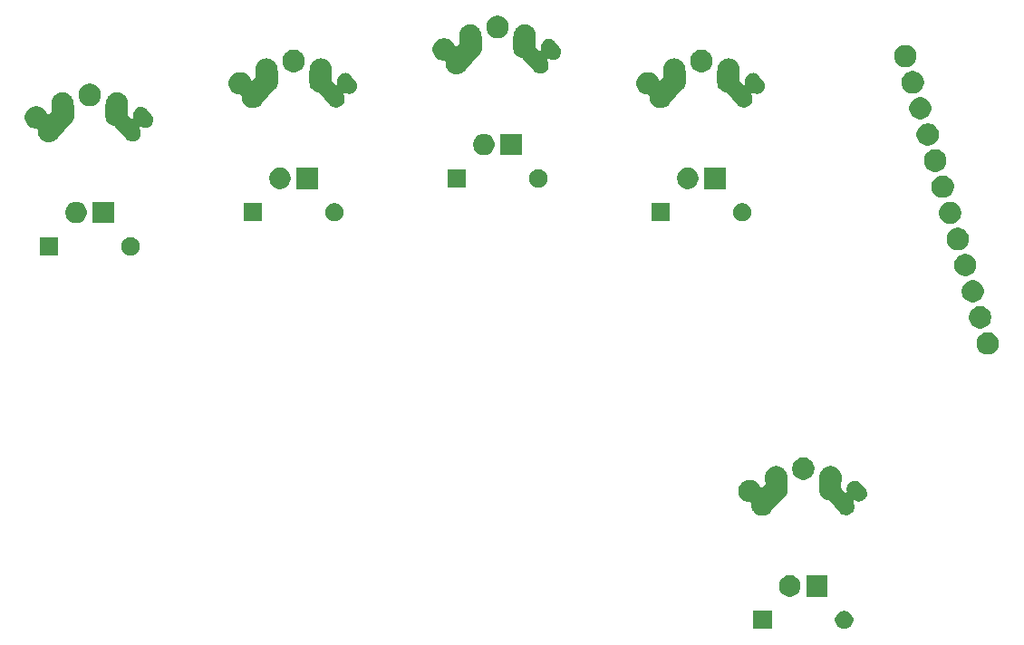
<source format=gbr>
G04 #@! TF.GenerationSoftware,KiCad,Pcbnew,(5.1.5)-3*
G04 #@! TF.CreationDate,2020-09-15T11:54:14+03:00*
G04 #@! TF.ProjectId,reset,72657365-742e-46b6-9963-61645f706362,rev?*
G04 #@! TF.SameCoordinates,Original*
G04 #@! TF.FileFunction,Soldermask,Bot*
G04 #@! TF.FilePolarity,Negative*
%FSLAX46Y46*%
G04 Gerber Fmt 4.6, Leading zero omitted, Abs format (unit mm)*
G04 Created by KiCad (PCBNEW (5.1.5)-3) date 2020-09-15 11:54:14*
%MOMM*%
%LPD*%
G04 APERTURE LIST*
%ADD10C,0.100000*%
G04 APERTURE END LIST*
D10*
G36*
X134233228Y-128086703D02*
G01*
X134388100Y-128150853D01*
X134527481Y-128243985D01*
X134646015Y-128362519D01*
X134739147Y-128501900D01*
X134803297Y-128656772D01*
X134836000Y-128821184D01*
X134836000Y-128988816D01*
X134803297Y-129153228D01*
X134739147Y-129308100D01*
X134646015Y-129447481D01*
X134527481Y-129566015D01*
X134388100Y-129659147D01*
X134233228Y-129723297D01*
X134068816Y-129756000D01*
X133901184Y-129756000D01*
X133736772Y-129723297D01*
X133581900Y-129659147D01*
X133442519Y-129566015D01*
X133323985Y-129447481D01*
X133230853Y-129308100D01*
X133166703Y-129153228D01*
X133134000Y-128988816D01*
X133134000Y-128821184D01*
X133166703Y-128656772D01*
X133230853Y-128501900D01*
X133323985Y-128362519D01*
X133442519Y-128243985D01*
X133581900Y-128150853D01*
X133736772Y-128086703D01*
X133901184Y-128054000D01*
X134068816Y-128054000D01*
X134233228Y-128086703D01*
G37*
G36*
X127216000Y-129756000D02*
G01*
X125514000Y-129756000D01*
X125514000Y-128054000D01*
X127216000Y-128054000D01*
X127216000Y-129756000D01*
G37*
G36*
X132448500Y-126733500D02*
G01*
X130441500Y-126733500D01*
X130441500Y-124726500D01*
X132448500Y-124726500D01*
X132448500Y-126733500D01*
G37*
G36*
X129031425Y-124731988D02*
G01*
X129197710Y-124765063D01*
X129380336Y-124840709D01*
X129544694Y-124950530D01*
X129684470Y-125090306D01*
X129794291Y-125254664D01*
X129869937Y-125437290D01*
X129908500Y-125631164D01*
X129908500Y-125828836D01*
X129869937Y-126022710D01*
X129794291Y-126205336D01*
X129684470Y-126369694D01*
X129544694Y-126509470D01*
X129380336Y-126619291D01*
X129197710Y-126694937D01*
X129031425Y-126728012D01*
X129003837Y-126733500D01*
X128806163Y-126733500D01*
X128778575Y-126728012D01*
X128612290Y-126694937D01*
X128429664Y-126619291D01*
X128265306Y-126509470D01*
X128125530Y-126369694D01*
X128015709Y-126205336D01*
X127940063Y-126022710D01*
X127901500Y-125828836D01*
X127901500Y-125631164D01*
X127940063Y-125437290D01*
X128015709Y-125254664D01*
X128125530Y-125090306D01*
X128265306Y-124950530D01*
X128429664Y-124840709D01*
X128612290Y-124765063D01*
X128778575Y-124731988D01*
X128806163Y-124726500D01*
X129003837Y-124726500D01*
X129031425Y-124731988D01*
G37*
G36*
X127648563Y-114518946D02*
G01*
X127652228Y-114519000D01*
X127738515Y-114519000D01*
X127743498Y-114519991D01*
X127764213Y-114522338D01*
X127767650Y-114522439D01*
X127769283Y-114522487D01*
X127853355Y-114541789D01*
X127856925Y-114542553D01*
X127941567Y-114559389D01*
X127946259Y-114561333D01*
X127966122Y-114567678D01*
X127971062Y-114568812D01*
X128049746Y-114604141D01*
X128053111Y-114605593D01*
X128098570Y-114624423D01*
X128132833Y-114638615D01*
X128132837Y-114638617D01*
X128137055Y-114641435D01*
X128155296Y-114651533D01*
X128159927Y-114653612D01*
X128230232Y-114703631D01*
X128233225Y-114705694D01*
X128304971Y-114753633D01*
X128308565Y-114757227D01*
X128324474Y-114770678D01*
X128328620Y-114773628D01*
X128387833Y-114836420D01*
X128390335Y-114838997D01*
X128451365Y-114900027D01*
X128454185Y-114904247D01*
X128454185Y-114904248D01*
X128467170Y-114920552D01*
X128470657Y-114924249D01*
X128502350Y-114974832D01*
X128516450Y-114997336D01*
X128518441Y-115000412D01*
X128566383Y-115072163D01*
X128568325Y-115076851D01*
X128577888Y-115095391D01*
X128580579Y-115099685D01*
X128580579Y-115099686D01*
X128611246Y-115180332D01*
X128612596Y-115183731D01*
X128645610Y-115263432D01*
X128646599Y-115268407D01*
X128652359Y-115288446D01*
X128654165Y-115293196D01*
X128668521Y-115378350D01*
X128669169Y-115381872D01*
X128686000Y-115466486D01*
X128686000Y-115529497D01*
X128686296Y-115538085D01*
X128698648Y-115717209D01*
X128718343Y-116002791D01*
X128720449Y-116018577D01*
X128726000Y-116046484D01*
X128726000Y-116109515D01*
X128726296Y-116118115D01*
X128727061Y-116129205D01*
X128726054Y-116163529D01*
X128726000Y-116167194D01*
X128726000Y-116253514D01*
X128725007Y-116258505D01*
X128722660Y-116279225D01*
X128722512Y-116284281D01*
X128703684Y-116366291D01*
X128700569Y-116390596D01*
X128701960Y-116413211D01*
X128709891Y-116464890D01*
X128710836Y-116470255D01*
X128719446Y-116513538D01*
X128726000Y-116546486D01*
X128726000Y-116560321D01*
X128727445Y-116579275D01*
X128729534Y-116592884D01*
X128726120Y-116670305D01*
X128726000Y-116675774D01*
X128726000Y-116753514D01*
X128723299Y-116767092D01*
X128721021Y-116785949D01*
X128720414Y-116799713D01*
X128701964Y-116874967D01*
X128700781Y-116880301D01*
X128685611Y-116956562D01*
X128680312Y-116969356D01*
X128674395Y-116987422D01*
X128671118Y-117000787D01*
X128638341Y-117070998D01*
X128636139Y-117076000D01*
X128614941Y-117127176D01*
X128606384Y-117147835D01*
X128600551Y-117156564D01*
X128598693Y-117159345D01*
X128589362Y-117175915D01*
X128583542Y-117188381D01*
X128572386Y-117203582D01*
X128537719Y-117250818D01*
X128534559Y-117255329D01*
X128491365Y-117319973D01*
X128440586Y-117370752D01*
X128435936Y-117375662D01*
X127203202Y-118749565D01*
X127192307Y-118763598D01*
X127181367Y-118779971D01*
X127130740Y-118830598D01*
X127126100Y-118835496D01*
X127112796Y-118850324D01*
X127112791Y-118850329D01*
X127093741Y-118867770D01*
X127089761Y-118871577D01*
X127034971Y-118926367D01*
X127023531Y-118934011D01*
X127008569Y-118945748D01*
X126998362Y-118955092D01*
X126931890Y-118995389D01*
X126927264Y-118998334D01*
X126862835Y-119041384D01*
X126862834Y-119041385D01*
X126862833Y-119041385D01*
X126850115Y-119046653D01*
X126833151Y-119055246D01*
X126821325Y-119062415D01*
X126748297Y-119088959D01*
X126743163Y-119090954D01*
X126671565Y-119120611D01*
X126658056Y-119123298D01*
X126639745Y-119128415D01*
X126626753Y-119133137D01*
X126626750Y-119133138D01*
X126549931Y-119144927D01*
X126544543Y-119145877D01*
X126468514Y-119161000D01*
X126454738Y-119161000D01*
X126435776Y-119162447D01*
X126422120Y-119164543D01*
X126422116Y-119164543D01*
X126344508Y-119161121D01*
X126339023Y-119161000D01*
X126261483Y-119161000D01*
X126247964Y-119158311D01*
X126229093Y-119156031D01*
X126215289Y-119155422D01*
X126162621Y-119142510D01*
X126139889Y-119136937D01*
X126134513Y-119135744D01*
X126058437Y-119120611D01*
X126045695Y-119115333D01*
X126027621Y-119109413D01*
X126014217Y-119106127D01*
X126000611Y-119099775D01*
X125943883Y-119073293D01*
X125938854Y-119071079D01*
X125867164Y-119041384D01*
X125855688Y-119033716D01*
X125839131Y-119024391D01*
X125826621Y-119018551D01*
X125764055Y-118972634D01*
X125759568Y-118969490D01*
X125695029Y-118926367D01*
X125685264Y-118916602D01*
X125670833Y-118904217D01*
X125659717Y-118896059D01*
X125607344Y-118838854D01*
X125603536Y-118834874D01*
X125548634Y-118779972D01*
X125540962Y-118768490D01*
X125529225Y-118753529D01*
X125519918Y-118743363D01*
X125479722Y-118677057D01*
X125476764Y-118672412D01*
X125433617Y-118607837D01*
X125428326Y-118595064D01*
X125419734Y-118578102D01*
X125412593Y-118566322D01*
X125386118Y-118493483D01*
X125384123Y-118488348D01*
X125354389Y-118416564D01*
X125351691Y-118403001D01*
X125346573Y-118384686D01*
X125341872Y-118371753D01*
X125341871Y-118371749D01*
X125330113Y-118295132D01*
X125329163Y-118289742D01*
X125314000Y-118213514D01*
X125314000Y-118199679D01*
X125312554Y-118180718D01*
X125310466Y-118167115D01*
X125313879Y-118089733D01*
X125314000Y-118084226D01*
X125314000Y-118025999D01*
X125311598Y-118001613D01*
X125304485Y-117978164D01*
X125292934Y-117956553D01*
X125277389Y-117937611D01*
X125258447Y-117922066D01*
X125236836Y-117910515D01*
X125213387Y-117903402D01*
X125189001Y-117901000D01*
X125071484Y-117901000D01*
X124868436Y-117860611D01*
X124677167Y-117781385D01*
X124677166Y-117781385D01*
X124677165Y-117781384D01*
X124505027Y-117666365D01*
X124358635Y-117519973D01*
X124243616Y-117347835D01*
X124215458Y-117279855D01*
X124164389Y-117156564D01*
X124124000Y-116953516D01*
X124124000Y-116746484D01*
X124164389Y-116543436D01*
X124243615Y-116352167D01*
X124249450Y-116343435D01*
X124358635Y-116180027D01*
X124505027Y-116033635D01*
X124677165Y-115918616D01*
X124686083Y-115914922D01*
X124868436Y-115839389D01*
X125071484Y-115799000D01*
X125278516Y-115799000D01*
X125481564Y-115839389D01*
X125663917Y-115914922D01*
X125672835Y-115918616D01*
X125844973Y-116033635D01*
X125991365Y-116180027D01*
X126100551Y-116343435D01*
X126106385Y-116352167D01*
X126164276Y-116491927D01*
X126175827Y-116513538D01*
X126191373Y-116532480D01*
X126210315Y-116548025D01*
X126231925Y-116559576D01*
X126255374Y-116566689D01*
X126279760Y-116569091D01*
X126304146Y-116566689D01*
X126327595Y-116559576D01*
X126349206Y-116548025D01*
X126372798Y-116527570D01*
X126592039Y-116283221D01*
X126606537Y-116263466D01*
X126616903Y-116241263D01*
X126622738Y-116217463D01*
X126624000Y-116199743D01*
X126624000Y-116190503D01*
X126623704Y-116181903D01*
X126623575Y-116180027D01*
X126597298Y-115799000D01*
X126591657Y-115717209D01*
X126589551Y-115701423D01*
X126584000Y-115673516D01*
X126584000Y-115610485D01*
X126583704Y-115601885D01*
X126582939Y-115590795D01*
X126583946Y-115556471D01*
X126584000Y-115552806D01*
X126584000Y-115466486D01*
X126584993Y-115461495D01*
X126587340Y-115440775D01*
X126587488Y-115435721D01*
X126587488Y-115435718D01*
X126606782Y-115351682D01*
X126607545Y-115348115D01*
X126624389Y-115263436D01*
X126626335Y-115258738D01*
X126632682Y-115238869D01*
X126633814Y-115233937D01*
X126669124Y-115155296D01*
X126670576Y-115151931D01*
X126703616Y-115072165D01*
X126706442Y-115067935D01*
X126716538Y-115049694D01*
X126718612Y-115045074D01*
X126768586Y-114974832D01*
X126770666Y-114971815D01*
X126818631Y-114900031D01*
X126822233Y-114896429D01*
X126835689Y-114880514D01*
X126838629Y-114876381D01*
X126901385Y-114817201D01*
X126903963Y-114814699D01*
X126965027Y-114753635D01*
X126969260Y-114750807D01*
X126985560Y-114737824D01*
X126989250Y-114734344D01*
X127062322Y-114688560D01*
X127065373Y-114686585D01*
X127137163Y-114638617D01*
X127137168Y-114638615D01*
X127139268Y-114637745D01*
X127141865Y-114636669D01*
X127160392Y-114627112D01*
X127164684Y-114624423D01*
X127245285Y-114593773D01*
X127248691Y-114592420D01*
X127328434Y-114559390D01*
X127333419Y-114558398D01*
X127353456Y-114552639D01*
X127358197Y-114550836D01*
X127377634Y-114547559D01*
X127443244Y-114536497D01*
X127446848Y-114535835D01*
X127531484Y-114519000D01*
X127536562Y-114519000D01*
X127557344Y-114517260D01*
X127562344Y-114516417D01*
X127648563Y-114518946D01*
G37*
G36*
X132792656Y-114517260D02*
G01*
X132813438Y-114519000D01*
X132818516Y-114519000D01*
X132903152Y-114535835D01*
X132906756Y-114536497D01*
X132991804Y-114550836D01*
X132996550Y-114552641D01*
X133016581Y-114558398D01*
X133021568Y-114559390D01*
X133101294Y-114592413D01*
X133104699Y-114593766D01*
X133185314Y-114624421D01*
X133189610Y-114627113D01*
X133208141Y-114636671D01*
X133212835Y-114638615D01*
X133284603Y-114686569D01*
X133287679Y-114688560D01*
X133311703Y-114703613D01*
X133360750Y-114734344D01*
X133364443Y-114737827D01*
X133380743Y-114750809D01*
X133384973Y-114753635D01*
X133446030Y-114814692D01*
X133448622Y-114817208D01*
X133511371Y-114876381D01*
X133514311Y-114880514D01*
X133527767Y-114896429D01*
X133531369Y-114900031D01*
X133579334Y-114971815D01*
X133581414Y-114974832D01*
X133631388Y-115045074D01*
X133633462Y-115049694D01*
X133643558Y-115067935D01*
X133646384Y-115072165D01*
X133679424Y-115151931D01*
X133680876Y-115155296D01*
X133716186Y-115233937D01*
X133717318Y-115238869D01*
X133723665Y-115258738D01*
X133725611Y-115263436D01*
X133742455Y-115348115D01*
X133743215Y-115351667D01*
X133762512Y-115435717D01*
X133762512Y-115435721D01*
X133762660Y-115440775D01*
X133765007Y-115461495D01*
X133766000Y-115466486D01*
X133766000Y-115552806D01*
X133766054Y-115556471D01*
X133767061Y-115590795D01*
X133766296Y-115601885D01*
X133766000Y-115610485D01*
X133766000Y-115673516D01*
X133760449Y-115701423D01*
X133758343Y-115717209D01*
X133752702Y-115799000D01*
X133726426Y-116180027D01*
X133726296Y-116181903D01*
X133726000Y-116190503D01*
X133726000Y-116253514D01*
X133709169Y-116338128D01*
X133708521Y-116341650D01*
X133701664Y-116382323D01*
X133699980Y-116406757D01*
X133702328Y-116427478D01*
X133726000Y-116546484D01*
X133726000Y-116574090D01*
X133728402Y-116598476D01*
X133735515Y-116621925D01*
X133747066Y-116643536D01*
X133757961Y-116657568D01*
X133885501Y-116799714D01*
X134034981Y-116966311D01*
X134045280Y-116977790D01*
X134063353Y-116994337D01*
X134084308Y-117007040D01*
X134107338Y-117015411D01*
X134131558Y-117019128D01*
X134156039Y-117018049D01*
X134179838Y-117012214D01*
X134202042Y-117001848D01*
X134221796Y-116987350D01*
X134238343Y-116969277D01*
X134251046Y-116948322D01*
X134259417Y-116925292D01*
X134263134Y-116901072D01*
X134262055Y-116876591D01*
X134259725Y-116864563D01*
X134227639Y-116733688D01*
X134223853Y-116647835D01*
X134221121Y-116585895D01*
X134243561Y-116439678D01*
X134294097Y-116300643D01*
X134319646Y-116258498D01*
X134370786Y-116174139D01*
X134470681Y-116065026D01*
X134589944Y-115977499D01*
X134723990Y-115914921D01*
X134867669Y-115879696D01*
X134947059Y-115876195D01*
X135015462Y-115873178D01*
X135161679Y-115895618D01*
X135300714Y-115946154D01*
X135427218Y-116022843D01*
X135427219Y-116022844D01*
X135476362Y-116067835D01*
X135508992Y-116097709D01*
X135637796Y-116241263D01*
X135958961Y-116599205D01*
X136024560Y-116688589D01*
X136054870Y-116753516D01*
X136087137Y-116822632D01*
X136122361Y-116966311D01*
X136124385Y-117012214D01*
X136128879Y-117114106D01*
X136106439Y-117260319D01*
X136106438Y-117260323D01*
X136055903Y-117399358D01*
X136055902Y-117399360D01*
X135979213Y-117525863D01*
X135879319Y-117634974D01*
X135760058Y-117722501D01*
X135692917Y-117753845D01*
X135626010Y-117785080D01*
X135482331Y-117820304D01*
X135404680Y-117823728D01*
X135334537Y-117826822D01*
X135188323Y-117804382D01*
X135188320Y-117804381D01*
X135049285Y-117753846D01*
X135049283Y-117753845D01*
X135029999Y-117742155D01*
X135007901Y-117731567D01*
X134984161Y-117725494D01*
X134959693Y-117724168D01*
X134935436Y-117727642D01*
X134912323Y-117735781D01*
X134891242Y-117748273D01*
X134873004Y-117764638D01*
X134858308Y-117784246D01*
X134847720Y-117806344D01*
X134841647Y-117830084D01*
X134840321Y-117854552D01*
X134843795Y-117878809D01*
X134851932Y-117901914D01*
X134911134Y-118028729D01*
X134948704Y-118181975D01*
X134953456Y-118289742D01*
X134955655Y-118339608D01*
X134931721Y-118495562D01*
X134877821Y-118643853D01*
X134860508Y-118672412D01*
X134796025Y-118778780D01*
X134689479Y-118895156D01*
X134689475Y-118895159D01*
X134689474Y-118895160D01*
X134562274Y-118988513D01*
X134419303Y-119055258D01*
X134369531Y-119067460D01*
X134266057Y-119092828D01*
X134108427Y-119099779D01*
X134108424Y-119099779D01*
X133952470Y-119075845D01*
X133804179Y-119021945D01*
X133717652Y-118969490D01*
X133669252Y-118940149D01*
X133654196Y-118926365D01*
X133582036Y-118860301D01*
X132563228Y-117724821D01*
X132545155Y-117708274D01*
X132524200Y-117695571D01*
X132494576Y-117685702D01*
X132368436Y-117660611D01*
X132177167Y-117581385D01*
X132177166Y-117581385D01*
X132177165Y-117581384D01*
X132005027Y-117466365D01*
X131858635Y-117319973D01*
X131743616Y-117147835D01*
X131735059Y-117127176D01*
X131664389Y-116956564D01*
X131624000Y-116753516D01*
X131624000Y-116546484D01*
X131648287Y-116424386D01*
X131650689Y-116400000D01*
X131648286Y-116375606D01*
X131647544Y-116371877D01*
X131646778Y-116368301D01*
X131627488Y-116284282D01*
X131627340Y-116279221D01*
X131624993Y-116258505D01*
X131624000Y-116253514D01*
X131624000Y-116167194D01*
X131623946Y-116163529D01*
X131622939Y-116129205D01*
X131623704Y-116118115D01*
X131624000Y-116109515D01*
X131624000Y-116046484D01*
X131629551Y-116018577D01*
X131631657Y-116002791D01*
X131651352Y-115717209D01*
X131663704Y-115538085D01*
X131664000Y-115529497D01*
X131664000Y-115466486D01*
X131680831Y-115381872D01*
X131681483Y-115378325D01*
X131695836Y-115293195D01*
X131697640Y-115288452D01*
X131703401Y-115268407D01*
X131704391Y-115263432D01*
X131737401Y-115183738D01*
X131738754Y-115180332D01*
X131738757Y-115180325D01*
X131769421Y-115099685D01*
X131772114Y-115095387D01*
X131781676Y-115076849D01*
X131783617Y-115072162D01*
X131831549Y-115000427D01*
X131833540Y-114997351D01*
X131833549Y-114997336D01*
X131879343Y-114924249D01*
X131882826Y-114920556D01*
X131895814Y-114904247D01*
X131898631Y-114900031D01*
X131959649Y-114839013D01*
X131962183Y-114836403D01*
X132021380Y-114773628D01*
X132025516Y-114770685D01*
X132041438Y-114757224D01*
X132045028Y-114753634D01*
X132116766Y-114705700D01*
X132119736Y-114703652D01*
X132190073Y-114653611D01*
X132194713Y-114651528D01*
X132212945Y-114641435D01*
X132217163Y-114638617D01*
X132217168Y-114638615D01*
X132251430Y-114624423D01*
X132296872Y-114605600D01*
X132300237Y-114604148D01*
X132378934Y-114568813D01*
X132383878Y-114567678D01*
X132383883Y-114567677D01*
X132403746Y-114561331D01*
X132408433Y-114559389D01*
X132493061Y-114542556D01*
X132496612Y-114541796D01*
X132580717Y-114522487D01*
X132582198Y-114522444D01*
X132585787Y-114522338D01*
X132606502Y-114519991D01*
X132611485Y-114519000D01*
X132697772Y-114519000D01*
X132701437Y-114518946D01*
X132787656Y-114516417D01*
X132792656Y-114517260D01*
G37*
G36*
X130481564Y-113739389D02*
G01*
X130672833Y-113818615D01*
X130672835Y-113818616D01*
X130844973Y-113933635D01*
X130991365Y-114080027D01*
X131106385Y-114252167D01*
X131185611Y-114443436D01*
X131226000Y-114646484D01*
X131226000Y-114853516D01*
X131185611Y-115056564D01*
X131132937Y-115183731D01*
X131106384Y-115247835D01*
X130991365Y-115419973D01*
X130844973Y-115566365D01*
X130672835Y-115681384D01*
X130672834Y-115681385D01*
X130672833Y-115681385D01*
X130481564Y-115760611D01*
X130278516Y-115801000D01*
X130071484Y-115801000D01*
X129868436Y-115760611D01*
X129677167Y-115681385D01*
X129677166Y-115681385D01*
X129677165Y-115681384D01*
X129505027Y-115566365D01*
X129358635Y-115419973D01*
X129243616Y-115247835D01*
X129217063Y-115183731D01*
X129164389Y-115056564D01*
X129124000Y-114853516D01*
X129124000Y-114646484D01*
X129164389Y-114443436D01*
X129243615Y-114252167D01*
X129358635Y-114080027D01*
X129505027Y-113933635D01*
X129677165Y-113818616D01*
X129677167Y-113818615D01*
X129868436Y-113739389D01*
X130071484Y-113699000D01*
X130278516Y-113699000D01*
X130481564Y-113739389D01*
G37*
G36*
X147705073Y-102056272D02*
G01*
X147894596Y-102134775D01*
X148065162Y-102248744D01*
X148210216Y-102393798D01*
X148324185Y-102564364D01*
X148402688Y-102753887D01*
X148442708Y-102955083D01*
X148442708Y-103160221D01*
X148402688Y-103361417D01*
X148324185Y-103550940D01*
X148210216Y-103721506D01*
X148065162Y-103866560D01*
X147894596Y-103980529D01*
X147894595Y-103980530D01*
X147894594Y-103980530D01*
X147705073Y-104059032D01*
X147503878Y-104099052D01*
X147298738Y-104099052D01*
X147097543Y-104059032D01*
X146908022Y-103980530D01*
X146908021Y-103980530D01*
X146908020Y-103980529D01*
X146737454Y-103866560D01*
X146592400Y-103721506D01*
X146478431Y-103550940D01*
X146399928Y-103361417D01*
X146359908Y-103160221D01*
X146359908Y-102955083D01*
X146399928Y-102753887D01*
X146478431Y-102564364D01*
X146592400Y-102393798D01*
X146737454Y-102248744D01*
X146908020Y-102134775D01*
X147097543Y-102056272D01*
X147298738Y-102016252D01*
X147503878Y-102016252D01*
X147705073Y-102056272D01*
G37*
G36*
X147004954Y-99614667D02*
G01*
X147194477Y-99693170D01*
X147365043Y-99807139D01*
X147510097Y-99952193D01*
X147624066Y-100122759D01*
X147702569Y-100312282D01*
X147742589Y-100513478D01*
X147742589Y-100718616D01*
X147702569Y-100919812D01*
X147624066Y-101109335D01*
X147510097Y-101279901D01*
X147365043Y-101424955D01*
X147194477Y-101538924D01*
X147194476Y-101538925D01*
X147194475Y-101538925D01*
X147004954Y-101617427D01*
X146803759Y-101657447D01*
X146598619Y-101657447D01*
X146397424Y-101617427D01*
X146207903Y-101538925D01*
X146207902Y-101538925D01*
X146207901Y-101538924D01*
X146037335Y-101424955D01*
X145892281Y-101279901D01*
X145778312Y-101109335D01*
X145699809Y-100919812D01*
X145659789Y-100718616D01*
X145659789Y-100513478D01*
X145699809Y-100312282D01*
X145778312Y-100122759D01*
X145892281Y-99952193D01*
X146037335Y-99807139D01*
X146207901Y-99693170D01*
X146397424Y-99614667D01*
X146598619Y-99574647D01*
X146803759Y-99574647D01*
X147004954Y-99614667D01*
G37*
G36*
X146304835Y-97173062D02*
G01*
X146494358Y-97251565D01*
X146664924Y-97365534D01*
X146809978Y-97510588D01*
X146923947Y-97681154D01*
X147002450Y-97870677D01*
X147042470Y-98071873D01*
X147042470Y-98277011D01*
X147002450Y-98478207D01*
X146923947Y-98667730D01*
X146809978Y-98838296D01*
X146664924Y-98983350D01*
X146494358Y-99097319D01*
X146494357Y-99097320D01*
X146494356Y-99097320D01*
X146304835Y-99175822D01*
X146103640Y-99215842D01*
X145898500Y-99215842D01*
X145697305Y-99175822D01*
X145507784Y-99097320D01*
X145507783Y-99097320D01*
X145507782Y-99097319D01*
X145337216Y-98983350D01*
X145192162Y-98838296D01*
X145078193Y-98667730D01*
X144999690Y-98478207D01*
X144959670Y-98277011D01*
X144959670Y-98071873D01*
X144999690Y-97870677D01*
X145078193Y-97681154D01*
X145192162Y-97510588D01*
X145337216Y-97365534D01*
X145507782Y-97251565D01*
X145697305Y-97173062D01*
X145898500Y-97133042D01*
X146103640Y-97133042D01*
X146304835Y-97173062D01*
G37*
G36*
X145604716Y-94731458D02*
G01*
X145794239Y-94809961D01*
X145964805Y-94923930D01*
X146109859Y-95068984D01*
X146223828Y-95239550D01*
X146302331Y-95429073D01*
X146342351Y-95630269D01*
X146342351Y-95835407D01*
X146302331Y-96036603D01*
X146223828Y-96226126D01*
X146109859Y-96396692D01*
X145964805Y-96541746D01*
X145794239Y-96655715D01*
X145794238Y-96655716D01*
X145794237Y-96655716D01*
X145604716Y-96734218D01*
X145403521Y-96774238D01*
X145198381Y-96774238D01*
X144997186Y-96734218D01*
X144807665Y-96655716D01*
X144807664Y-96655716D01*
X144807663Y-96655715D01*
X144637097Y-96541746D01*
X144492043Y-96396692D01*
X144378074Y-96226126D01*
X144299571Y-96036603D01*
X144259551Y-95835407D01*
X144259551Y-95630269D01*
X144299571Y-95429073D01*
X144378074Y-95239550D01*
X144492043Y-95068984D01*
X144637097Y-94923930D01*
X144807663Y-94809961D01*
X144997186Y-94731458D01*
X145198381Y-94691438D01*
X145403521Y-94691438D01*
X145604716Y-94731458D01*
G37*
G36*
X67558228Y-93161703D02*
G01*
X67713100Y-93225853D01*
X67852481Y-93318985D01*
X67971015Y-93437519D01*
X68064147Y-93576900D01*
X68128297Y-93731772D01*
X68161000Y-93896184D01*
X68161000Y-94063816D01*
X68128297Y-94228228D01*
X68064147Y-94383100D01*
X67971015Y-94522481D01*
X67852481Y-94641015D01*
X67713100Y-94734147D01*
X67558228Y-94798297D01*
X67393816Y-94831000D01*
X67226184Y-94831000D01*
X67061772Y-94798297D01*
X66906900Y-94734147D01*
X66767519Y-94641015D01*
X66648985Y-94522481D01*
X66555853Y-94383100D01*
X66491703Y-94228228D01*
X66459000Y-94063816D01*
X66459000Y-93896184D01*
X66491703Y-93731772D01*
X66555853Y-93576900D01*
X66648985Y-93437519D01*
X66767519Y-93318985D01*
X66906900Y-93225853D01*
X67061772Y-93161703D01*
X67226184Y-93129000D01*
X67393816Y-93129000D01*
X67558228Y-93161703D01*
G37*
G36*
X60541000Y-94831000D02*
G01*
X58839000Y-94831000D01*
X58839000Y-93129000D01*
X60541000Y-93129000D01*
X60541000Y-94831000D01*
G37*
G36*
X144904597Y-92289853D02*
G01*
X145094120Y-92368356D01*
X145264686Y-92482325D01*
X145409740Y-92627379D01*
X145523709Y-92797945D01*
X145602212Y-92987468D01*
X145642232Y-93188664D01*
X145642232Y-93393802D01*
X145602212Y-93594998D01*
X145523709Y-93784521D01*
X145409740Y-93955087D01*
X145264686Y-94100141D01*
X145094120Y-94214110D01*
X145094119Y-94214111D01*
X145094118Y-94214111D01*
X144904597Y-94292613D01*
X144703402Y-94332633D01*
X144498262Y-94332633D01*
X144297067Y-94292613D01*
X144107546Y-94214111D01*
X144107545Y-94214111D01*
X144107544Y-94214110D01*
X143936978Y-94100141D01*
X143791924Y-93955087D01*
X143677955Y-93784521D01*
X143599452Y-93594998D01*
X143559432Y-93393802D01*
X143559432Y-93188664D01*
X143599452Y-92987468D01*
X143677955Y-92797945D01*
X143791924Y-92627379D01*
X143936978Y-92482325D01*
X144107544Y-92368356D01*
X144297067Y-92289853D01*
X144498262Y-92249833D01*
X144703402Y-92249833D01*
X144904597Y-92289853D01*
G37*
G36*
X144204478Y-89848248D02*
G01*
X144367344Y-89915709D01*
X144394001Y-89926751D01*
X144564567Y-90040720D01*
X144709621Y-90185774D01*
X144805767Y-90329666D01*
X144823591Y-90356342D01*
X144902093Y-90545863D01*
X144942113Y-90747058D01*
X144942113Y-90952198D01*
X144902093Y-91153393D01*
X144849512Y-91280336D01*
X144823590Y-91342916D01*
X144709621Y-91513482D01*
X144564567Y-91658536D01*
X144394001Y-91772505D01*
X144394000Y-91772506D01*
X144393999Y-91772506D01*
X144204478Y-91851008D01*
X144003283Y-91891028D01*
X143798143Y-91891028D01*
X143596948Y-91851008D01*
X143407427Y-91772506D01*
X143407426Y-91772506D01*
X143407425Y-91772505D01*
X143236859Y-91658536D01*
X143091805Y-91513482D01*
X142977836Y-91342916D01*
X142951915Y-91280336D01*
X142899333Y-91153393D01*
X142859313Y-90952198D01*
X142859313Y-90747058D01*
X142899333Y-90545863D01*
X142977835Y-90356342D01*
X142995659Y-90329666D01*
X143091805Y-90185774D01*
X143236859Y-90040720D01*
X143407425Y-89926751D01*
X143434083Y-89915709D01*
X143596948Y-89848248D01*
X143798143Y-89808228D01*
X144003283Y-89808228D01*
X144204478Y-89848248D01*
G37*
G36*
X62356425Y-89806988D02*
G01*
X62522710Y-89840063D01*
X62705336Y-89915709D01*
X62869694Y-90025530D01*
X63009470Y-90165306D01*
X63119291Y-90329664D01*
X63194937Y-90512290D01*
X63233500Y-90706164D01*
X63233500Y-90903836D01*
X63194937Y-91097710D01*
X63119291Y-91280336D01*
X63009470Y-91444694D01*
X62869694Y-91584470D01*
X62705336Y-91694291D01*
X62522710Y-91769937D01*
X62356425Y-91803012D01*
X62328837Y-91808500D01*
X62131163Y-91808500D01*
X62103575Y-91803012D01*
X61937290Y-91769937D01*
X61754664Y-91694291D01*
X61590306Y-91584470D01*
X61450530Y-91444694D01*
X61340709Y-91280336D01*
X61265063Y-91097710D01*
X61226500Y-90903836D01*
X61226500Y-90706164D01*
X61265063Y-90512290D01*
X61340709Y-90329664D01*
X61450530Y-90165306D01*
X61590306Y-90025530D01*
X61754664Y-89915709D01*
X61937290Y-89840063D01*
X62103575Y-89806988D01*
X62131163Y-89801500D01*
X62328837Y-89801500D01*
X62356425Y-89806988D01*
G37*
G36*
X65773500Y-91808500D02*
G01*
X63766500Y-91808500D01*
X63766500Y-89801500D01*
X65773500Y-89801500D01*
X65773500Y-91808500D01*
G37*
G36*
X124708228Y-89986703D02*
G01*
X124863100Y-90050853D01*
X125002481Y-90143985D01*
X125121015Y-90262519D01*
X125214147Y-90401900D01*
X125278297Y-90556772D01*
X125311000Y-90721184D01*
X125311000Y-90888816D01*
X125278297Y-91053228D01*
X125214147Y-91208100D01*
X125121015Y-91347481D01*
X125002481Y-91466015D01*
X124863100Y-91559147D01*
X124708228Y-91623297D01*
X124543816Y-91656000D01*
X124376184Y-91656000D01*
X124211772Y-91623297D01*
X124056900Y-91559147D01*
X123917519Y-91466015D01*
X123798985Y-91347481D01*
X123705853Y-91208100D01*
X123641703Y-91053228D01*
X123609000Y-90888816D01*
X123609000Y-90721184D01*
X123641703Y-90556772D01*
X123705853Y-90401900D01*
X123798985Y-90262519D01*
X123917519Y-90143985D01*
X124056900Y-90050853D01*
X124211772Y-89986703D01*
X124376184Y-89954000D01*
X124543816Y-89954000D01*
X124708228Y-89986703D01*
G37*
G36*
X117691000Y-91656000D02*
G01*
X115989000Y-91656000D01*
X115989000Y-89954000D01*
X117691000Y-89954000D01*
X117691000Y-91656000D01*
G37*
G36*
X86608228Y-89986703D02*
G01*
X86763100Y-90050853D01*
X86902481Y-90143985D01*
X87021015Y-90262519D01*
X87114147Y-90401900D01*
X87178297Y-90556772D01*
X87211000Y-90721184D01*
X87211000Y-90888816D01*
X87178297Y-91053228D01*
X87114147Y-91208100D01*
X87021015Y-91347481D01*
X86902481Y-91466015D01*
X86763100Y-91559147D01*
X86608228Y-91623297D01*
X86443816Y-91656000D01*
X86276184Y-91656000D01*
X86111772Y-91623297D01*
X85956900Y-91559147D01*
X85817519Y-91466015D01*
X85698985Y-91347481D01*
X85605853Y-91208100D01*
X85541703Y-91053228D01*
X85509000Y-90888816D01*
X85509000Y-90721184D01*
X85541703Y-90556772D01*
X85605853Y-90401900D01*
X85698985Y-90262519D01*
X85817519Y-90143985D01*
X85956900Y-90050853D01*
X86111772Y-89986703D01*
X86276184Y-89954000D01*
X86443816Y-89954000D01*
X86608228Y-89986703D01*
G37*
G36*
X79591000Y-91656000D02*
G01*
X77889000Y-91656000D01*
X77889000Y-89954000D01*
X79591000Y-89954000D01*
X79591000Y-91656000D01*
G37*
G36*
X143379313Y-87381771D02*
G01*
X143504359Y-87406644D01*
X143693882Y-87485147D01*
X143864448Y-87599116D01*
X144009502Y-87744170D01*
X144123471Y-87914736D01*
X144123472Y-87914738D01*
X144201974Y-88104259D01*
X144234881Y-88269692D01*
X144241994Y-88305455D01*
X144241994Y-88510593D01*
X144201974Y-88711789D01*
X144123471Y-88901312D01*
X144009502Y-89071878D01*
X143864448Y-89216932D01*
X143693882Y-89330901D01*
X143693881Y-89330902D01*
X143693880Y-89330902D01*
X143504359Y-89409404D01*
X143303164Y-89449424D01*
X143098024Y-89449424D01*
X142896829Y-89409404D01*
X142707308Y-89330902D01*
X142707307Y-89330902D01*
X142707306Y-89330901D01*
X142536740Y-89216932D01*
X142391686Y-89071878D01*
X142277717Y-88901312D01*
X142199214Y-88711789D01*
X142159194Y-88510593D01*
X142159194Y-88305455D01*
X142166308Y-88269692D01*
X142199214Y-88104259D01*
X142277716Y-87914738D01*
X142277717Y-87914736D01*
X142391686Y-87744170D01*
X142536740Y-87599116D01*
X142707306Y-87485147D01*
X142896829Y-87406644D01*
X143021875Y-87381771D01*
X143098024Y-87366624D01*
X143303164Y-87366624D01*
X143379313Y-87381771D01*
G37*
G36*
X122923500Y-88633500D02*
G01*
X120916500Y-88633500D01*
X120916500Y-86626500D01*
X122923500Y-86626500D01*
X122923500Y-88633500D01*
G37*
G36*
X84823500Y-88633500D02*
G01*
X82816500Y-88633500D01*
X82816500Y-86626500D01*
X84823500Y-86626500D01*
X84823500Y-88633500D01*
G37*
G36*
X81397795Y-86630271D02*
G01*
X81572710Y-86665063D01*
X81755336Y-86740709D01*
X81919694Y-86850530D01*
X82059470Y-86990306D01*
X82169291Y-87154664D01*
X82244937Y-87337290D01*
X82283500Y-87531164D01*
X82283500Y-87728836D01*
X82244937Y-87922710D01*
X82169291Y-88105336D01*
X82059470Y-88269694D01*
X81919694Y-88409470D01*
X81755336Y-88519291D01*
X81572710Y-88594937D01*
X81406425Y-88628012D01*
X81378837Y-88633500D01*
X81181163Y-88633500D01*
X81153575Y-88628012D01*
X80987290Y-88594937D01*
X80804664Y-88519291D01*
X80640306Y-88409470D01*
X80500530Y-88269694D01*
X80390709Y-88105336D01*
X80315063Y-87922710D01*
X80276500Y-87728836D01*
X80276500Y-87531164D01*
X80315063Y-87337290D01*
X80390709Y-87154664D01*
X80500530Y-86990306D01*
X80640306Y-86850530D01*
X80804664Y-86740709D01*
X80987290Y-86665063D01*
X81162205Y-86630271D01*
X81181163Y-86626500D01*
X81378837Y-86626500D01*
X81397795Y-86630271D01*
G37*
G36*
X119497795Y-86630271D02*
G01*
X119672710Y-86665063D01*
X119855336Y-86740709D01*
X120019694Y-86850530D01*
X120159470Y-86990306D01*
X120269291Y-87154664D01*
X120344937Y-87337290D01*
X120383500Y-87531164D01*
X120383500Y-87728836D01*
X120344937Y-87922710D01*
X120269291Y-88105336D01*
X120159470Y-88269694D01*
X120019694Y-88409470D01*
X119855336Y-88519291D01*
X119672710Y-88594937D01*
X119506425Y-88628012D01*
X119478837Y-88633500D01*
X119281163Y-88633500D01*
X119253575Y-88628012D01*
X119087290Y-88594937D01*
X118904664Y-88519291D01*
X118740306Y-88409470D01*
X118600530Y-88269694D01*
X118490709Y-88105336D01*
X118415063Y-87922710D01*
X118376500Y-87728836D01*
X118376500Y-87531164D01*
X118415063Y-87337290D01*
X118490709Y-87154664D01*
X118600530Y-86990306D01*
X118740306Y-86850530D01*
X118904664Y-86740709D01*
X119087290Y-86665063D01*
X119262205Y-86630271D01*
X119281163Y-86626500D01*
X119478837Y-86626500D01*
X119497795Y-86630271D01*
G37*
G36*
X98641000Y-88481000D02*
G01*
X96939000Y-88481000D01*
X96939000Y-86779000D01*
X98641000Y-86779000D01*
X98641000Y-88481000D01*
G37*
G36*
X105658228Y-86811703D02*
G01*
X105813100Y-86875853D01*
X105952481Y-86968985D01*
X106071015Y-87087519D01*
X106164147Y-87226900D01*
X106228297Y-87381772D01*
X106261000Y-87546184D01*
X106261000Y-87713816D01*
X106228297Y-87878228D01*
X106164147Y-88033100D01*
X106071015Y-88172481D01*
X105952481Y-88291015D01*
X105813100Y-88384147D01*
X105658228Y-88448297D01*
X105493816Y-88481000D01*
X105326184Y-88481000D01*
X105161772Y-88448297D01*
X105006900Y-88384147D01*
X104867519Y-88291015D01*
X104748985Y-88172481D01*
X104655853Y-88033100D01*
X104591703Y-87878228D01*
X104559000Y-87713816D01*
X104559000Y-87546184D01*
X104591703Y-87381772D01*
X104655853Y-87226900D01*
X104748985Y-87087519D01*
X104867519Y-86968985D01*
X105006900Y-86875853D01*
X105161772Y-86811703D01*
X105326184Y-86779000D01*
X105493816Y-86779000D01*
X105658228Y-86811703D01*
G37*
G36*
X142629766Y-84930334D02*
G01*
X142804241Y-84965039D01*
X142993764Y-85043542D01*
X143164330Y-85157511D01*
X143309384Y-85302565D01*
X143423353Y-85473131D01*
X143501856Y-85662654D01*
X143541876Y-85863850D01*
X143541876Y-86068988D01*
X143501856Y-86270184D01*
X143423353Y-86459707D01*
X143309384Y-86630273D01*
X143164330Y-86775327D01*
X142993764Y-86889296D01*
X142993763Y-86889297D01*
X142993762Y-86889297D01*
X142804241Y-86967799D01*
X142603046Y-87007819D01*
X142397906Y-87007819D01*
X142196711Y-86967799D01*
X142007190Y-86889297D01*
X142007189Y-86889297D01*
X142007188Y-86889296D01*
X141836622Y-86775327D01*
X141691568Y-86630273D01*
X141577599Y-86459707D01*
X141499096Y-86270184D01*
X141459076Y-86068988D01*
X141459076Y-85863850D01*
X141499096Y-85662654D01*
X141577599Y-85473131D01*
X141691568Y-85302565D01*
X141836622Y-85157511D01*
X142007188Y-85043542D01*
X142196711Y-84965039D01*
X142371186Y-84930334D01*
X142397906Y-84925019D01*
X142603046Y-84925019D01*
X142629766Y-84930334D01*
G37*
G36*
X100456425Y-83456988D02*
G01*
X100622710Y-83490063D01*
X100805336Y-83565709D01*
X100969694Y-83675530D01*
X101109470Y-83815306D01*
X101219291Y-83979664D01*
X101294937Y-84162290D01*
X101333500Y-84356164D01*
X101333500Y-84553836D01*
X101294937Y-84747710D01*
X101219291Y-84930336D01*
X101109470Y-85094694D01*
X100969694Y-85234470D01*
X100805336Y-85344291D01*
X100622710Y-85419937D01*
X100456425Y-85453012D01*
X100428837Y-85458500D01*
X100231163Y-85458500D01*
X100203575Y-85453012D01*
X100037290Y-85419937D01*
X99854664Y-85344291D01*
X99690306Y-85234470D01*
X99550530Y-85094694D01*
X99440709Y-84930336D01*
X99365063Y-84747710D01*
X99326500Y-84553836D01*
X99326500Y-84356164D01*
X99365063Y-84162290D01*
X99440709Y-83979664D01*
X99550530Y-83815306D01*
X99690306Y-83675530D01*
X99854664Y-83565709D01*
X100037290Y-83490063D01*
X100203575Y-83456988D01*
X100231163Y-83451500D01*
X100428837Y-83451500D01*
X100456425Y-83456988D01*
G37*
G36*
X103873500Y-85458500D02*
G01*
X101866500Y-85458500D01*
X101866500Y-83451500D01*
X103873500Y-83451500D01*
X103873500Y-85458500D01*
G37*
G36*
X142104122Y-82523434D02*
G01*
X142291053Y-82600863D01*
X142293645Y-82601937D01*
X142464211Y-82715906D01*
X142609265Y-82860960D01*
X142692490Y-82985515D01*
X142723235Y-83031528D01*
X142801737Y-83221049D01*
X142841757Y-83422244D01*
X142841757Y-83627384D01*
X142801737Y-83828579D01*
X142742720Y-83971060D01*
X142723234Y-84018102D01*
X142609265Y-84188668D01*
X142464211Y-84333722D01*
X142293645Y-84447691D01*
X142293644Y-84447692D01*
X142293643Y-84447692D01*
X142104122Y-84526194D01*
X141902927Y-84566214D01*
X141697787Y-84566214D01*
X141496592Y-84526194D01*
X141307071Y-84447692D01*
X141307070Y-84447692D01*
X141307069Y-84447691D01*
X141136503Y-84333722D01*
X140991449Y-84188668D01*
X140877480Y-84018102D01*
X140857995Y-83971060D01*
X140798977Y-83828579D01*
X140758957Y-83627384D01*
X140758957Y-83422244D01*
X140798977Y-83221049D01*
X140877479Y-83031528D01*
X140908224Y-82985515D01*
X140991449Y-82860960D01*
X141136503Y-82715906D01*
X141307069Y-82601937D01*
X141309662Y-82600863D01*
X141496592Y-82523434D01*
X141697787Y-82483414D01*
X141902927Y-82483414D01*
X142104122Y-82523434D01*
G37*
G36*
X60973563Y-79593946D02*
G01*
X60977228Y-79594000D01*
X61063515Y-79594000D01*
X61068498Y-79594991D01*
X61089213Y-79597338D01*
X61092650Y-79597439D01*
X61094283Y-79597487D01*
X61178355Y-79616789D01*
X61181925Y-79617553D01*
X61266567Y-79634389D01*
X61271259Y-79636333D01*
X61291122Y-79642678D01*
X61296062Y-79643812D01*
X61374746Y-79679141D01*
X61378111Y-79680593D01*
X61423570Y-79699423D01*
X61457833Y-79713615D01*
X61457837Y-79713617D01*
X61462055Y-79716435D01*
X61480296Y-79726533D01*
X61484927Y-79728612D01*
X61555232Y-79778631D01*
X61558225Y-79780694D01*
X61629971Y-79828633D01*
X61633565Y-79832227D01*
X61649474Y-79845678D01*
X61653620Y-79848628D01*
X61712833Y-79911420D01*
X61715335Y-79913997D01*
X61776365Y-79975027D01*
X61779185Y-79979247D01*
X61779185Y-79979248D01*
X61792170Y-79995552D01*
X61795657Y-79999249D01*
X61827350Y-80049832D01*
X61841450Y-80072336D01*
X61843441Y-80075412D01*
X61891383Y-80147163D01*
X61893325Y-80151851D01*
X61902888Y-80170391D01*
X61905579Y-80174685D01*
X61913368Y-80195168D01*
X61936246Y-80255332D01*
X61937596Y-80258731D01*
X61970610Y-80338432D01*
X61971599Y-80343407D01*
X61977359Y-80363446D01*
X61979165Y-80368196D01*
X61993521Y-80453350D01*
X61994169Y-80456872D01*
X62011000Y-80541486D01*
X62011000Y-80604497D01*
X62011296Y-80613085D01*
X62026004Y-80826365D01*
X62043343Y-81077791D01*
X62045449Y-81093577D01*
X62051000Y-81121484D01*
X62051000Y-81184515D01*
X62051296Y-81193115D01*
X62052061Y-81204205D01*
X62051054Y-81238529D01*
X62051000Y-81242194D01*
X62051000Y-81328514D01*
X62050007Y-81333505D01*
X62047660Y-81354225D01*
X62047512Y-81359281D01*
X62028684Y-81441291D01*
X62025569Y-81465596D01*
X62026960Y-81488211D01*
X62034891Y-81539890D01*
X62035836Y-81545255D01*
X62042051Y-81576495D01*
X62051000Y-81621486D01*
X62051000Y-81635321D01*
X62052445Y-81654275D01*
X62054534Y-81667884D01*
X62051120Y-81745305D01*
X62051000Y-81750774D01*
X62051000Y-81828514D01*
X62048299Y-81842092D01*
X62046021Y-81860949D01*
X62045414Y-81874713D01*
X62026964Y-81949967D01*
X62025781Y-81955301D01*
X62010611Y-82031562D01*
X62005312Y-82044356D01*
X61999395Y-82062422D01*
X61996118Y-82075787D01*
X61963341Y-82145998D01*
X61961139Y-82151000D01*
X61939941Y-82202176D01*
X61931384Y-82222835D01*
X61925551Y-82231564D01*
X61923693Y-82234345D01*
X61914362Y-82250915D01*
X61908542Y-82263381D01*
X61897386Y-82278582D01*
X61862719Y-82325818D01*
X61859559Y-82330329D01*
X61816365Y-82394973D01*
X61765586Y-82445752D01*
X61760936Y-82450662D01*
X60528202Y-83824565D01*
X60517307Y-83838598D01*
X60506367Y-83854971D01*
X60455740Y-83905598D01*
X60451100Y-83910496D01*
X60437796Y-83925324D01*
X60437791Y-83925329D01*
X60418741Y-83942770D01*
X60414761Y-83946577D01*
X60359971Y-84001367D01*
X60348531Y-84009011D01*
X60333569Y-84020748D01*
X60323362Y-84030092D01*
X60256890Y-84070389D01*
X60252264Y-84073334D01*
X60187835Y-84116384D01*
X60187834Y-84116385D01*
X60187833Y-84116385D01*
X60175115Y-84121653D01*
X60158151Y-84130246D01*
X60146325Y-84137415D01*
X60073297Y-84163959D01*
X60068163Y-84165954D01*
X59996565Y-84195611D01*
X59983056Y-84198298D01*
X59964745Y-84203415D01*
X59951753Y-84208137D01*
X59951750Y-84208138D01*
X59874931Y-84219927D01*
X59869543Y-84220877D01*
X59793514Y-84236000D01*
X59779738Y-84236000D01*
X59760776Y-84237447D01*
X59747120Y-84239543D01*
X59747116Y-84239543D01*
X59669508Y-84236121D01*
X59664023Y-84236000D01*
X59586483Y-84236000D01*
X59572964Y-84233311D01*
X59554093Y-84231031D01*
X59540289Y-84230422D01*
X59487621Y-84217510D01*
X59464889Y-84211937D01*
X59459513Y-84210744D01*
X59383437Y-84195611D01*
X59370695Y-84190333D01*
X59352621Y-84184413D01*
X59339217Y-84181127D01*
X59325611Y-84174775D01*
X59268883Y-84148293D01*
X59263854Y-84146079D01*
X59192164Y-84116384D01*
X59180688Y-84108716D01*
X59164131Y-84099391D01*
X59151621Y-84093551D01*
X59089055Y-84047634D01*
X59084568Y-84044490D01*
X59020029Y-84001367D01*
X59010264Y-83991602D01*
X58995833Y-83979217D01*
X58984717Y-83971059D01*
X58932344Y-83913854D01*
X58928536Y-83909874D01*
X58873634Y-83854972D01*
X58865962Y-83843490D01*
X58854225Y-83828529D01*
X58844918Y-83818363D01*
X58804722Y-83752057D01*
X58801764Y-83747412D01*
X58758617Y-83682837D01*
X58753326Y-83670064D01*
X58744734Y-83653102D01*
X58737593Y-83641322D01*
X58711118Y-83568483D01*
X58709123Y-83563348D01*
X58679389Y-83491564D01*
X58676691Y-83478001D01*
X58671573Y-83459686D01*
X58666872Y-83446753D01*
X58666871Y-83446749D01*
X58655113Y-83370132D01*
X58654163Y-83364742D01*
X58639000Y-83288514D01*
X58639000Y-83274679D01*
X58637554Y-83255718D01*
X58635466Y-83242115D01*
X58638879Y-83164733D01*
X58639000Y-83159226D01*
X58639000Y-83100999D01*
X58636598Y-83076613D01*
X58629485Y-83053164D01*
X58617934Y-83031553D01*
X58602389Y-83012611D01*
X58583447Y-82997066D01*
X58561836Y-82985515D01*
X58538387Y-82978402D01*
X58514001Y-82976000D01*
X58396484Y-82976000D01*
X58193436Y-82935611D01*
X58002167Y-82856385D01*
X58002166Y-82856385D01*
X58002165Y-82856384D01*
X57830027Y-82741365D01*
X57683635Y-82594973D01*
X57568616Y-82422835D01*
X57540458Y-82354855D01*
X57489389Y-82231564D01*
X57449000Y-82028516D01*
X57449000Y-81821484D01*
X57489389Y-81618436D01*
X57568615Y-81427167D01*
X57574450Y-81418435D01*
X57683635Y-81255027D01*
X57830027Y-81108635D01*
X58002165Y-80993616D01*
X58004067Y-80992828D01*
X58193436Y-80914389D01*
X58396484Y-80874000D01*
X58603516Y-80874000D01*
X58806564Y-80914389D01*
X58995933Y-80992828D01*
X58997835Y-80993616D01*
X59169973Y-81108635D01*
X59316365Y-81255027D01*
X59425551Y-81418435D01*
X59431385Y-81427167D01*
X59489276Y-81566927D01*
X59500827Y-81588538D01*
X59516373Y-81607480D01*
X59535315Y-81623025D01*
X59556925Y-81634576D01*
X59580374Y-81641689D01*
X59604760Y-81644091D01*
X59629146Y-81641689D01*
X59652595Y-81634576D01*
X59674206Y-81623025D01*
X59697798Y-81602570D01*
X59917039Y-81358221D01*
X59931537Y-81338466D01*
X59941903Y-81316263D01*
X59947738Y-81292463D01*
X59949000Y-81274743D01*
X59949000Y-81265503D01*
X59948704Y-81256903D01*
X59948575Y-81255027D01*
X59931410Y-81006127D01*
X59916657Y-80792209D01*
X59914551Y-80776423D01*
X59909000Y-80748516D01*
X59909000Y-80685485D01*
X59908704Y-80676885D01*
X59907939Y-80665795D01*
X59908946Y-80631471D01*
X59909000Y-80627806D01*
X59909000Y-80541486D01*
X59909993Y-80536495D01*
X59912340Y-80515775D01*
X59912488Y-80510721D01*
X59912488Y-80510718D01*
X59931782Y-80426682D01*
X59932545Y-80423115D01*
X59949389Y-80338436D01*
X59951335Y-80333738D01*
X59957682Y-80313869D01*
X59958814Y-80308937D01*
X59994124Y-80230296D01*
X59995576Y-80226931D01*
X60028616Y-80147165D01*
X60031442Y-80142935D01*
X60041538Y-80124694D01*
X60043612Y-80120074D01*
X60093586Y-80049832D01*
X60095666Y-80046815D01*
X60143631Y-79975031D01*
X60147233Y-79971429D01*
X60160689Y-79955514D01*
X60163629Y-79951381D01*
X60226385Y-79892201D01*
X60228963Y-79889699D01*
X60290027Y-79828635D01*
X60294260Y-79825807D01*
X60310560Y-79812824D01*
X60314250Y-79809344D01*
X60387322Y-79763560D01*
X60390373Y-79761585D01*
X60462163Y-79713617D01*
X60462168Y-79713615D01*
X60464268Y-79712745D01*
X60466865Y-79711669D01*
X60485392Y-79702112D01*
X60489684Y-79699423D01*
X60570285Y-79668773D01*
X60573691Y-79667420D01*
X60653434Y-79634390D01*
X60658419Y-79633398D01*
X60678456Y-79627639D01*
X60683197Y-79625836D01*
X60702978Y-79622501D01*
X60768244Y-79611497D01*
X60771848Y-79610835D01*
X60856484Y-79594000D01*
X60861562Y-79594000D01*
X60882344Y-79592260D01*
X60887344Y-79591417D01*
X60973563Y-79593946D01*
G37*
G36*
X66117656Y-79592260D02*
G01*
X66138438Y-79594000D01*
X66143516Y-79594000D01*
X66228152Y-79610835D01*
X66231756Y-79611497D01*
X66316804Y-79625836D01*
X66321550Y-79627641D01*
X66341581Y-79633398D01*
X66346568Y-79634390D01*
X66426294Y-79667413D01*
X66429699Y-79668766D01*
X66510314Y-79699421D01*
X66514610Y-79702113D01*
X66533141Y-79711671D01*
X66537835Y-79713615D01*
X66609603Y-79761569D01*
X66612679Y-79763560D01*
X66636703Y-79778613D01*
X66685750Y-79809344D01*
X66689443Y-79812827D01*
X66705743Y-79825809D01*
X66709973Y-79828635D01*
X66771030Y-79889692D01*
X66773622Y-79892208D01*
X66836371Y-79951381D01*
X66839311Y-79955514D01*
X66852767Y-79971429D01*
X66856369Y-79975031D01*
X66904334Y-80046815D01*
X66906414Y-80049832D01*
X66956388Y-80120074D01*
X66958462Y-80124694D01*
X66968558Y-80142935D01*
X66971384Y-80147165D01*
X67004424Y-80226931D01*
X67005876Y-80230296D01*
X67041186Y-80308937D01*
X67042318Y-80313869D01*
X67048665Y-80333738D01*
X67050611Y-80338436D01*
X67067455Y-80423115D01*
X67068215Y-80426667D01*
X67087512Y-80510717D01*
X67087512Y-80510721D01*
X67087660Y-80515775D01*
X67090007Y-80536495D01*
X67091000Y-80541486D01*
X67091000Y-80627806D01*
X67091054Y-80631471D01*
X67092061Y-80665795D01*
X67091296Y-80676885D01*
X67091000Y-80685485D01*
X67091000Y-80748516D01*
X67085449Y-80776423D01*
X67083343Y-80792209D01*
X67068590Y-81006127D01*
X67051426Y-81255027D01*
X67051296Y-81256903D01*
X67051000Y-81265503D01*
X67051000Y-81328514D01*
X67034169Y-81413128D01*
X67033521Y-81416650D01*
X67026664Y-81457323D01*
X67024980Y-81481757D01*
X67027328Y-81502478D01*
X67051000Y-81621484D01*
X67051000Y-81649090D01*
X67053402Y-81673476D01*
X67060515Y-81696925D01*
X67072066Y-81718536D01*
X67082961Y-81732568D01*
X67210501Y-81874714D01*
X67359981Y-82041311D01*
X67370280Y-82052790D01*
X67388353Y-82069337D01*
X67409308Y-82082040D01*
X67432338Y-82090411D01*
X67456558Y-82094128D01*
X67481039Y-82093049D01*
X67504838Y-82087214D01*
X67527042Y-82076848D01*
X67546796Y-82062350D01*
X67563343Y-82044277D01*
X67576046Y-82023322D01*
X67584417Y-82000292D01*
X67588134Y-81976072D01*
X67587055Y-81951591D01*
X67584725Y-81939563D01*
X67552639Y-81808688D01*
X67548853Y-81722835D01*
X67546121Y-81660895D01*
X67568561Y-81514678D01*
X67619097Y-81375643D01*
X67644646Y-81333498D01*
X67695786Y-81249139D01*
X67795681Y-81140026D01*
X67914944Y-81052499D01*
X67931177Y-81044921D01*
X68048988Y-80989922D01*
X68048990Y-80989921D01*
X68192669Y-80954696D01*
X68272059Y-80951195D01*
X68340462Y-80948178D01*
X68486679Y-80970618D01*
X68609699Y-81015333D01*
X68625714Y-81021154D01*
X68752218Y-81097843D01*
X68752219Y-81097844D01*
X68801362Y-81142835D01*
X68833992Y-81172709D01*
X68962796Y-81316263D01*
X69283961Y-81674205D01*
X69349560Y-81763589D01*
X69379870Y-81828516D01*
X69412137Y-81897632D01*
X69447361Y-82041311D01*
X69449385Y-82087214D01*
X69453879Y-82189106D01*
X69431439Y-82335319D01*
X69431438Y-82335323D01*
X69380903Y-82474358D01*
X69380902Y-82474360D01*
X69304213Y-82600863D01*
X69204319Y-82709974D01*
X69085058Y-82797501D01*
X69017917Y-82828845D01*
X68951010Y-82860080D01*
X68807331Y-82895304D01*
X68729680Y-82898728D01*
X68659537Y-82901822D01*
X68513323Y-82879382D01*
X68513320Y-82879381D01*
X68374285Y-82828846D01*
X68374283Y-82828845D01*
X68354999Y-82817155D01*
X68332901Y-82806567D01*
X68309161Y-82800494D01*
X68284693Y-82799168D01*
X68260436Y-82802642D01*
X68237323Y-82810781D01*
X68216242Y-82823273D01*
X68198004Y-82839638D01*
X68183308Y-82859246D01*
X68172720Y-82881344D01*
X68166647Y-82905084D01*
X68165321Y-82929552D01*
X68168795Y-82953809D01*
X68176932Y-82976914D01*
X68236134Y-83103729D01*
X68273704Y-83256975D01*
X68278456Y-83364742D01*
X68280655Y-83414608D01*
X68256721Y-83570562D01*
X68202821Y-83718853D01*
X68185508Y-83747412D01*
X68121025Y-83853780D01*
X68014479Y-83970156D01*
X68014475Y-83970159D01*
X68014474Y-83970160D01*
X67887274Y-84063513D01*
X67744303Y-84130258D01*
X67694531Y-84142460D01*
X67591057Y-84167828D01*
X67433427Y-84174779D01*
X67433424Y-84174779D01*
X67277470Y-84150845D01*
X67129179Y-84096945D01*
X67042652Y-84044490D01*
X66994252Y-84015149D01*
X66979196Y-84001365D01*
X66907036Y-83935301D01*
X65888228Y-82799821D01*
X65870155Y-82783274D01*
X65849200Y-82770571D01*
X65819576Y-82760702D01*
X65693436Y-82735611D01*
X65502167Y-82656385D01*
X65502166Y-82656385D01*
X65502165Y-82656384D01*
X65330027Y-82541365D01*
X65183635Y-82394973D01*
X65068616Y-82222835D01*
X65060059Y-82202176D01*
X64989389Y-82031564D01*
X64949000Y-81828516D01*
X64949000Y-81621484D01*
X64973287Y-81499386D01*
X64975689Y-81475000D01*
X64973286Y-81450606D01*
X64972544Y-81446877D01*
X64971778Y-81443301D01*
X64952488Y-81359282D01*
X64952340Y-81354221D01*
X64949993Y-81333505D01*
X64949000Y-81328514D01*
X64949000Y-81242194D01*
X64948946Y-81238529D01*
X64947939Y-81204205D01*
X64948704Y-81193115D01*
X64949000Y-81184515D01*
X64949000Y-81121484D01*
X64954551Y-81093577D01*
X64956657Y-81077791D01*
X64976148Y-80795159D01*
X64988704Y-80613085D01*
X64989000Y-80604497D01*
X64989000Y-80541486D01*
X65005831Y-80456872D01*
X65006483Y-80453325D01*
X65020836Y-80368195D01*
X65022640Y-80363452D01*
X65028401Y-80343407D01*
X65029391Y-80338432D01*
X65062401Y-80258738D01*
X65063754Y-80255332D01*
X65063757Y-80255325D01*
X65094421Y-80174685D01*
X65097114Y-80170387D01*
X65106676Y-80151849D01*
X65108617Y-80147162D01*
X65156549Y-80075427D01*
X65158540Y-80072351D01*
X65161821Y-80067115D01*
X65204343Y-79999249D01*
X65207826Y-79995556D01*
X65220814Y-79979247D01*
X65223631Y-79975031D01*
X65284649Y-79914013D01*
X65287183Y-79911403D01*
X65346380Y-79848628D01*
X65350516Y-79845685D01*
X65366438Y-79832224D01*
X65370028Y-79828634D01*
X65441766Y-79780700D01*
X65444736Y-79778652D01*
X65515073Y-79728611D01*
X65519713Y-79726528D01*
X65537945Y-79716435D01*
X65542163Y-79713617D01*
X65542168Y-79713615D01*
X65576430Y-79699423D01*
X65621872Y-79680600D01*
X65625237Y-79679148D01*
X65703934Y-79643813D01*
X65708878Y-79642678D01*
X65708883Y-79642677D01*
X65728746Y-79636331D01*
X65733433Y-79634389D01*
X65818061Y-79617556D01*
X65821612Y-79616796D01*
X65905717Y-79597487D01*
X65907198Y-79597444D01*
X65910787Y-79597338D01*
X65931502Y-79594991D01*
X65936485Y-79594000D01*
X66022772Y-79594000D01*
X66026437Y-79593946D01*
X66112656Y-79591417D01*
X66117656Y-79592260D01*
G37*
G36*
X141404003Y-80081829D02*
G01*
X141573047Y-80151849D01*
X141593526Y-80160332D01*
X141764092Y-80274301D01*
X141909146Y-80419355D01*
X142023115Y-80589921D01*
X142023116Y-80589923D01*
X142101618Y-80779444D01*
X142141638Y-80980639D01*
X142141638Y-81185779D01*
X142101618Y-81386974D01*
X142029509Y-81561062D01*
X142023115Y-81576497D01*
X141909146Y-81747063D01*
X141764092Y-81892117D01*
X141593526Y-82006086D01*
X141593525Y-82006087D01*
X141593524Y-82006087D01*
X141404003Y-82084589D01*
X141202808Y-82124609D01*
X140997668Y-82124609D01*
X140796473Y-82084589D01*
X140606952Y-82006087D01*
X140606951Y-82006087D01*
X140606950Y-82006086D01*
X140436384Y-81892117D01*
X140291330Y-81747063D01*
X140177361Y-81576497D01*
X140170968Y-81561062D01*
X140098858Y-81386974D01*
X140058838Y-81185779D01*
X140058838Y-80980639D01*
X140098858Y-80779444D01*
X140177360Y-80589923D01*
X140177361Y-80589921D01*
X140291330Y-80419355D01*
X140436384Y-80274301D01*
X140606950Y-80160332D01*
X140627430Y-80151849D01*
X140796473Y-80081829D01*
X140997668Y-80041809D01*
X141202808Y-80041809D01*
X141404003Y-80081829D01*
G37*
G36*
X80023563Y-76418946D02*
G01*
X80027228Y-76419000D01*
X80113515Y-76419000D01*
X80118498Y-76419991D01*
X80139213Y-76422338D01*
X80142650Y-76422439D01*
X80144283Y-76422487D01*
X80228355Y-76441789D01*
X80231925Y-76442553D01*
X80316567Y-76459389D01*
X80321259Y-76461333D01*
X80341122Y-76467678D01*
X80346062Y-76468812D01*
X80424746Y-76504141D01*
X80428111Y-76505593D01*
X80473570Y-76524423D01*
X80507833Y-76538615D01*
X80507837Y-76538617D01*
X80512055Y-76541435D01*
X80530296Y-76551533D01*
X80534927Y-76553612D01*
X80605232Y-76603631D01*
X80608225Y-76605694D01*
X80679971Y-76653633D01*
X80683565Y-76657227D01*
X80699474Y-76670678D01*
X80703620Y-76673628D01*
X80762833Y-76736420D01*
X80765335Y-76738997D01*
X80826365Y-76800027D01*
X80829185Y-76804247D01*
X80829185Y-76804248D01*
X80842170Y-76820552D01*
X80845657Y-76824249D01*
X80877350Y-76874832D01*
X80891450Y-76897336D01*
X80893441Y-76900412D01*
X80941383Y-76972163D01*
X80943325Y-76976851D01*
X80952888Y-76995391D01*
X80955579Y-76999685D01*
X80963368Y-77020168D01*
X80986246Y-77080332D01*
X80987596Y-77083731D01*
X81020610Y-77163432D01*
X81021599Y-77168407D01*
X81027359Y-77188446D01*
X81029165Y-77193196D01*
X81043521Y-77278350D01*
X81044169Y-77281872D01*
X81061000Y-77366486D01*
X81061000Y-77429497D01*
X81061296Y-77438085D01*
X81076004Y-77651365D01*
X81093343Y-77902791D01*
X81095449Y-77918577D01*
X81101000Y-77946484D01*
X81101000Y-78009515D01*
X81101296Y-78018115D01*
X81102061Y-78029205D01*
X81101054Y-78063529D01*
X81101000Y-78067194D01*
X81101000Y-78153514D01*
X81100007Y-78158505D01*
X81097660Y-78179225D01*
X81097512Y-78184281D01*
X81078684Y-78266291D01*
X81075569Y-78290596D01*
X81076960Y-78313211D01*
X81084891Y-78364890D01*
X81085836Y-78370255D01*
X81094446Y-78413538D01*
X81101000Y-78446486D01*
X81101000Y-78460321D01*
X81102445Y-78479275D01*
X81104534Y-78492884D01*
X81101120Y-78570305D01*
X81101000Y-78575774D01*
X81101000Y-78653514D01*
X81098299Y-78667092D01*
X81096021Y-78685949D01*
X81095414Y-78699713D01*
X81076964Y-78774967D01*
X81075781Y-78780301D01*
X81060611Y-78856562D01*
X81055312Y-78869356D01*
X81049395Y-78887422D01*
X81046118Y-78900787D01*
X81013341Y-78970998D01*
X81011139Y-78976000D01*
X80989941Y-79027176D01*
X80981384Y-79047835D01*
X80975551Y-79056564D01*
X80973693Y-79059345D01*
X80964362Y-79075915D01*
X80958542Y-79088381D01*
X80947386Y-79103582D01*
X80912719Y-79150818D01*
X80909559Y-79155329D01*
X80866365Y-79219973D01*
X80815586Y-79270752D01*
X80810936Y-79275662D01*
X79578202Y-80649565D01*
X79567307Y-80663598D01*
X79556367Y-80679971D01*
X79505740Y-80730598D01*
X79501100Y-80735496D01*
X79487796Y-80750324D01*
X79487791Y-80750329D01*
X79468741Y-80767770D01*
X79464761Y-80771577D01*
X79409971Y-80826367D01*
X79398531Y-80834011D01*
X79383569Y-80845748D01*
X79373362Y-80855092D01*
X79306890Y-80895389D01*
X79302264Y-80898334D01*
X79237835Y-80941384D01*
X79237834Y-80941385D01*
X79237833Y-80941385D01*
X79225115Y-80946653D01*
X79208151Y-80955246D01*
X79196325Y-80962415D01*
X79123297Y-80988959D01*
X79118163Y-80990954D01*
X79046565Y-81020611D01*
X79033056Y-81023298D01*
X79014745Y-81028415D01*
X79001753Y-81033137D01*
X79001750Y-81033138D01*
X78924931Y-81044927D01*
X78919543Y-81045877D01*
X78843514Y-81061000D01*
X78829738Y-81061000D01*
X78810776Y-81062447D01*
X78797120Y-81064543D01*
X78797116Y-81064543D01*
X78719508Y-81061121D01*
X78714023Y-81061000D01*
X78636483Y-81061000D01*
X78622964Y-81058311D01*
X78604093Y-81056031D01*
X78590289Y-81055422D01*
X78537621Y-81042510D01*
X78514889Y-81036937D01*
X78509513Y-81035744D01*
X78433437Y-81020611D01*
X78420695Y-81015333D01*
X78402621Y-81009413D01*
X78389217Y-81006127D01*
X78375611Y-80999775D01*
X78318883Y-80973293D01*
X78313854Y-80971079D01*
X78242164Y-80941384D01*
X78230688Y-80933716D01*
X78214131Y-80924391D01*
X78201621Y-80918551D01*
X78139055Y-80872634D01*
X78134568Y-80869490D01*
X78070029Y-80826367D01*
X78060264Y-80816602D01*
X78045833Y-80804217D01*
X78034717Y-80796059D01*
X77982344Y-80738854D01*
X77978536Y-80734874D01*
X77923634Y-80679972D01*
X77915962Y-80668490D01*
X77904225Y-80653529D01*
X77894918Y-80643363D01*
X77854722Y-80577057D01*
X77851764Y-80572412D01*
X77808617Y-80507837D01*
X77803326Y-80495064D01*
X77794734Y-80478102D01*
X77787593Y-80466322D01*
X77761118Y-80393483D01*
X77759123Y-80388348D01*
X77729389Y-80316564D01*
X77726691Y-80303001D01*
X77721573Y-80284686D01*
X77716872Y-80271753D01*
X77716871Y-80271749D01*
X77705113Y-80195132D01*
X77704163Y-80189742D01*
X77689000Y-80113514D01*
X77689000Y-80099679D01*
X77687554Y-80080718D01*
X77686740Y-80075412D01*
X77685466Y-80067115D01*
X77688879Y-79989711D01*
X77689000Y-79984226D01*
X77689000Y-79925999D01*
X77686598Y-79901613D01*
X77679485Y-79878164D01*
X77667934Y-79856553D01*
X77652389Y-79837611D01*
X77633447Y-79822066D01*
X77611836Y-79810515D01*
X77588387Y-79803402D01*
X77564001Y-79801000D01*
X77446484Y-79801000D01*
X77243436Y-79760611D01*
X77052167Y-79681385D01*
X77052166Y-79681385D01*
X77052165Y-79681384D01*
X76880027Y-79566365D01*
X76733635Y-79419973D01*
X76618616Y-79247835D01*
X76590458Y-79179855D01*
X76539389Y-79056564D01*
X76499000Y-78853516D01*
X76499000Y-78646484D01*
X76539389Y-78443436D01*
X76618615Y-78252167D01*
X76624450Y-78243435D01*
X76733635Y-78080027D01*
X76880027Y-77933635D01*
X77052165Y-77818616D01*
X77054067Y-77817828D01*
X77243436Y-77739389D01*
X77446484Y-77699000D01*
X77653516Y-77699000D01*
X77856564Y-77739389D01*
X78045933Y-77817828D01*
X78047835Y-77818616D01*
X78219973Y-77933635D01*
X78366365Y-78080027D01*
X78475551Y-78243435D01*
X78481385Y-78252167D01*
X78539276Y-78391927D01*
X78550827Y-78413538D01*
X78566373Y-78432480D01*
X78585315Y-78448025D01*
X78606925Y-78459576D01*
X78630374Y-78466689D01*
X78654760Y-78469091D01*
X78679146Y-78466689D01*
X78702595Y-78459576D01*
X78724206Y-78448025D01*
X78747798Y-78427570D01*
X78967039Y-78183221D01*
X78981537Y-78163466D01*
X78991903Y-78141263D01*
X78997738Y-78117463D01*
X78999000Y-78099743D01*
X78999000Y-78090503D01*
X78998704Y-78081903D01*
X78998575Y-78080027D01*
X78981410Y-77831127D01*
X78966657Y-77617209D01*
X78964551Y-77601423D01*
X78959000Y-77573516D01*
X78959000Y-77510485D01*
X78958704Y-77501885D01*
X78957939Y-77490795D01*
X78958946Y-77456471D01*
X78959000Y-77452806D01*
X78959000Y-77366486D01*
X78959993Y-77361495D01*
X78962340Y-77340775D01*
X78962488Y-77335721D01*
X78962488Y-77335718D01*
X78981782Y-77251682D01*
X78982545Y-77248115D01*
X78999389Y-77163436D01*
X79001335Y-77158738D01*
X79007682Y-77138869D01*
X79008814Y-77133937D01*
X79044124Y-77055296D01*
X79045576Y-77051931D01*
X79078616Y-76972165D01*
X79081442Y-76967935D01*
X79091538Y-76949694D01*
X79093612Y-76945074D01*
X79143586Y-76874832D01*
X79145666Y-76871815D01*
X79193631Y-76800031D01*
X79197233Y-76796429D01*
X79210689Y-76780514D01*
X79213629Y-76776381D01*
X79276385Y-76717201D01*
X79278963Y-76714699D01*
X79340027Y-76653635D01*
X79344260Y-76650807D01*
X79360560Y-76637824D01*
X79364250Y-76634344D01*
X79437322Y-76588560D01*
X79440373Y-76586585D01*
X79512163Y-76538617D01*
X79512168Y-76538615D01*
X79514268Y-76537745D01*
X79516865Y-76536669D01*
X79535392Y-76527112D01*
X79539684Y-76524423D01*
X79620285Y-76493773D01*
X79623691Y-76492420D01*
X79703434Y-76459390D01*
X79708419Y-76458398D01*
X79728456Y-76452639D01*
X79733197Y-76450836D01*
X79752978Y-76447501D01*
X79818244Y-76436497D01*
X79821848Y-76435835D01*
X79906484Y-76419000D01*
X79911562Y-76419000D01*
X79932344Y-76417260D01*
X79937344Y-76416417D01*
X80023563Y-76418946D01*
G37*
G36*
X118123563Y-76418946D02*
G01*
X118127228Y-76419000D01*
X118213515Y-76419000D01*
X118218498Y-76419991D01*
X118239213Y-76422338D01*
X118242650Y-76422439D01*
X118244283Y-76422487D01*
X118328355Y-76441789D01*
X118331925Y-76442553D01*
X118416567Y-76459389D01*
X118421259Y-76461333D01*
X118441122Y-76467678D01*
X118446062Y-76468812D01*
X118524746Y-76504141D01*
X118528111Y-76505593D01*
X118573570Y-76524423D01*
X118607833Y-76538615D01*
X118607837Y-76538617D01*
X118612055Y-76541435D01*
X118630296Y-76551533D01*
X118634927Y-76553612D01*
X118705232Y-76603631D01*
X118708225Y-76605694D01*
X118779971Y-76653633D01*
X118783565Y-76657227D01*
X118799474Y-76670678D01*
X118803620Y-76673628D01*
X118862833Y-76736420D01*
X118865335Y-76738997D01*
X118926365Y-76800027D01*
X118929185Y-76804247D01*
X118929185Y-76804248D01*
X118942170Y-76820552D01*
X118945657Y-76824249D01*
X118977350Y-76874832D01*
X118991450Y-76897336D01*
X118993441Y-76900412D01*
X119041383Y-76972163D01*
X119043325Y-76976851D01*
X119052888Y-76995391D01*
X119055579Y-76999685D01*
X119063368Y-77020168D01*
X119086246Y-77080332D01*
X119087596Y-77083731D01*
X119120610Y-77163432D01*
X119121599Y-77168407D01*
X119127359Y-77188446D01*
X119129165Y-77193196D01*
X119143521Y-77278350D01*
X119144169Y-77281872D01*
X119161000Y-77366486D01*
X119161000Y-77429497D01*
X119161296Y-77438085D01*
X119176004Y-77651365D01*
X119193343Y-77902791D01*
X119195449Y-77918577D01*
X119201000Y-77946484D01*
X119201000Y-78009515D01*
X119201296Y-78018115D01*
X119202061Y-78029205D01*
X119201054Y-78063529D01*
X119201000Y-78067194D01*
X119201000Y-78153514D01*
X119200007Y-78158505D01*
X119197660Y-78179225D01*
X119197512Y-78184281D01*
X119178684Y-78266291D01*
X119175569Y-78290596D01*
X119176960Y-78313211D01*
X119184891Y-78364890D01*
X119185836Y-78370255D01*
X119194446Y-78413538D01*
X119201000Y-78446486D01*
X119201000Y-78460321D01*
X119202445Y-78479275D01*
X119204534Y-78492884D01*
X119201120Y-78570305D01*
X119201000Y-78575774D01*
X119201000Y-78653514D01*
X119198299Y-78667092D01*
X119196021Y-78685949D01*
X119195414Y-78699713D01*
X119176964Y-78774967D01*
X119175781Y-78780301D01*
X119160611Y-78856562D01*
X119155312Y-78869356D01*
X119149395Y-78887422D01*
X119146118Y-78900787D01*
X119113341Y-78970998D01*
X119111139Y-78976000D01*
X119089941Y-79027176D01*
X119081384Y-79047835D01*
X119075551Y-79056564D01*
X119073693Y-79059345D01*
X119064362Y-79075915D01*
X119058542Y-79088381D01*
X119047386Y-79103582D01*
X119012719Y-79150818D01*
X119009559Y-79155329D01*
X118966365Y-79219973D01*
X118915586Y-79270752D01*
X118910936Y-79275662D01*
X117678202Y-80649565D01*
X117667307Y-80663598D01*
X117656367Y-80679971D01*
X117605740Y-80730598D01*
X117601100Y-80735496D01*
X117587796Y-80750324D01*
X117587791Y-80750329D01*
X117568741Y-80767770D01*
X117564761Y-80771577D01*
X117509971Y-80826367D01*
X117498531Y-80834011D01*
X117483569Y-80845748D01*
X117473362Y-80855092D01*
X117406890Y-80895389D01*
X117402264Y-80898334D01*
X117337835Y-80941384D01*
X117337834Y-80941385D01*
X117337833Y-80941385D01*
X117325115Y-80946653D01*
X117308151Y-80955246D01*
X117296325Y-80962415D01*
X117223297Y-80988959D01*
X117218163Y-80990954D01*
X117146565Y-81020611D01*
X117133056Y-81023298D01*
X117114745Y-81028415D01*
X117101753Y-81033137D01*
X117101750Y-81033138D01*
X117024931Y-81044927D01*
X117019543Y-81045877D01*
X116943514Y-81061000D01*
X116929738Y-81061000D01*
X116910776Y-81062447D01*
X116897120Y-81064543D01*
X116897116Y-81064543D01*
X116819508Y-81061121D01*
X116814023Y-81061000D01*
X116736483Y-81061000D01*
X116722964Y-81058311D01*
X116704093Y-81056031D01*
X116690289Y-81055422D01*
X116637621Y-81042510D01*
X116614889Y-81036937D01*
X116609513Y-81035744D01*
X116533437Y-81020611D01*
X116520695Y-81015333D01*
X116502621Y-81009413D01*
X116489217Y-81006127D01*
X116475611Y-80999775D01*
X116418883Y-80973293D01*
X116413854Y-80971079D01*
X116342164Y-80941384D01*
X116330688Y-80933716D01*
X116314131Y-80924391D01*
X116301621Y-80918551D01*
X116239055Y-80872634D01*
X116234568Y-80869490D01*
X116170029Y-80826367D01*
X116160264Y-80816602D01*
X116145833Y-80804217D01*
X116134717Y-80796059D01*
X116082344Y-80738854D01*
X116078536Y-80734874D01*
X116023634Y-80679972D01*
X116015962Y-80668490D01*
X116004225Y-80653529D01*
X115994918Y-80643363D01*
X115954722Y-80577057D01*
X115951764Y-80572412D01*
X115908617Y-80507837D01*
X115903326Y-80495064D01*
X115894734Y-80478102D01*
X115887593Y-80466322D01*
X115861118Y-80393483D01*
X115859123Y-80388348D01*
X115829389Y-80316564D01*
X115826691Y-80303001D01*
X115821573Y-80284686D01*
X115816872Y-80271753D01*
X115816871Y-80271749D01*
X115805113Y-80195132D01*
X115804163Y-80189742D01*
X115789000Y-80113514D01*
X115789000Y-80099679D01*
X115787554Y-80080718D01*
X115786740Y-80075412D01*
X115785466Y-80067115D01*
X115788879Y-79989711D01*
X115789000Y-79984226D01*
X115789000Y-79925999D01*
X115786598Y-79901613D01*
X115779485Y-79878164D01*
X115767934Y-79856553D01*
X115752389Y-79837611D01*
X115733447Y-79822066D01*
X115711836Y-79810515D01*
X115688387Y-79803402D01*
X115664001Y-79801000D01*
X115546484Y-79801000D01*
X115343436Y-79760611D01*
X115152167Y-79681385D01*
X115152166Y-79681385D01*
X115152165Y-79681384D01*
X114980027Y-79566365D01*
X114833635Y-79419973D01*
X114718616Y-79247835D01*
X114690458Y-79179855D01*
X114639389Y-79056564D01*
X114599000Y-78853516D01*
X114599000Y-78646484D01*
X114639389Y-78443436D01*
X114718615Y-78252167D01*
X114724450Y-78243435D01*
X114833635Y-78080027D01*
X114980027Y-77933635D01*
X115152165Y-77818616D01*
X115154067Y-77817828D01*
X115343436Y-77739389D01*
X115546484Y-77699000D01*
X115753516Y-77699000D01*
X115956564Y-77739389D01*
X116145933Y-77817828D01*
X116147835Y-77818616D01*
X116319973Y-77933635D01*
X116466365Y-78080027D01*
X116575551Y-78243435D01*
X116581385Y-78252167D01*
X116639276Y-78391927D01*
X116650827Y-78413538D01*
X116666373Y-78432480D01*
X116685315Y-78448025D01*
X116706925Y-78459576D01*
X116730374Y-78466689D01*
X116754760Y-78469091D01*
X116779146Y-78466689D01*
X116802595Y-78459576D01*
X116824206Y-78448025D01*
X116847798Y-78427570D01*
X117067039Y-78183221D01*
X117081537Y-78163466D01*
X117091903Y-78141263D01*
X117097738Y-78117463D01*
X117099000Y-78099743D01*
X117099000Y-78090503D01*
X117098704Y-78081903D01*
X117098575Y-78080027D01*
X117081410Y-77831127D01*
X117066657Y-77617209D01*
X117064551Y-77601423D01*
X117059000Y-77573516D01*
X117059000Y-77510485D01*
X117058704Y-77501885D01*
X117057939Y-77490795D01*
X117058946Y-77456471D01*
X117059000Y-77452806D01*
X117059000Y-77366486D01*
X117059993Y-77361495D01*
X117062340Y-77340775D01*
X117062488Y-77335721D01*
X117062488Y-77335718D01*
X117081782Y-77251682D01*
X117082545Y-77248115D01*
X117099389Y-77163436D01*
X117101335Y-77158738D01*
X117107682Y-77138869D01*
X117108814Y-77133937D01*
X117144124Y-77055296D01*
X117145576Y-77051931D01*
X117178616Y-76972165D01*
X117181442Y-76967935D01*
X117191538Y-76949694D01*
X117193612Y-76945074D01*
X117243586Y-76874832D01*
X117245666Y-76871815D01*
X117293631Y-76800031D01*
X117297233Y-76796429D01*
X117310689Y-76780514D01*
X117313629Y-76776381D01*
X117376385Y-76717201D01*
X117378963Y-76714699D01*
X117440027Y-76653635D01*
X117444260Y-76650807D01*
X117460560Y-76637824D01*
X117464250Y-76634344D01*
X117537322Y-76588560D01*
X117540373Y-76586585D01*
X117612163Y-76538617D01*
X117612168Y-76538615D01*
X117614268Y-76537745D01*
X117616865Y-76536669D01*
X117635392Y-76527112D01*
X117639684Y-76524423D01*
X117720285Y-76493773D01*
X117723691Y-76492420D01*
X117803434Y-76459390D01*
X117808419Y-76458398D01*
X117828456Y-76452639D01*
X117833197Y-76450836D01*
X117852978Y-76447501D01*
X117918244Y-76436497D01*
X117921848Y-76435835D01*
X118006484Y-76419000D01*
X118011562Y-76419000D01*
X118032344Y-76417260D01*
X118037344Y-76416417D01*
X118123563Y-76418946D01*
G37*
G36*
X123267656Y-76417260D02*
G01*
X123288438Y-76419000D01*
X123293516Y-76419000D01*
X123378152Y-76435835D01*
X123381756Y-76436497D01*
X123466804Y-76450836D01*
X123471550Y-76452641D01*
X123491581Y-76458398D01*
X123496568Y-76459390D01*
X123576294Y-76492413D01*
X123579699Y-76493766D01*
X123660314Y-76524421D01*
X123664610Y-76527113D01*
X123683141Y-76536671D01*
X123687835Y-76538615D01*
X123759603Y-76586569D01*
X123762679Y-76588560D01*
X123786703Y-76603613D01*
X123835750Y-76634344D01*
X123839443Y-76637827D01*
X123855743Y-76650809D01*
X123859973Y-76653635D01*
X123921030Y-76714692D01*
X123923622Y-76717208D01*
X123986371Y-76776381D01*
X123989311Y-76780514D01*
X124002767Y-76796429D01*
X124006369Y-76800031D01*
X124054334Y-76871815D01*
X124056414Y-76874832D01*
X124106388Y-76945074D01*
X124108462Y-76949694D01*
X124118558Y-76967935D01*
X124121384Y-76972165D01*
X124154424Y-77051931D01*
X124155876Y-77055296D01*
X124191186Y-77133937D01*
X124192318Y-77138869D01*
X124198665Y-77158738D01*
X124200611Y-77163436D01*
X124217455Y-77248115D01*
X124218215Y-77251667D01*
X124237512Y-77335717D01*
X124237512Y-77335721D01*
X124237660Y-77340775D01*
X124240007Y-77361495D01*
X124241000Y-77366486D01*
X124241000Y-77452806D01*
X124241054Y-77456471D01*
X124242061Y-77490795D01*
X124241296Y-77501885D01*
X124241000Y-77510485D01*
X124241000Y-77573516D01*
X124235449Y-77601423D01*
X124233343Y-77617209D01*
X124218590Y-77831127D01*
X124201426Y-78080027D01*
X124201296Y-78081903D01*
X124201000Y-78090503D01*
X124201000Y-78153514D01*
X124184169Y-78238128D01*
X124183521Y-78241650D01*
X124176664Y-78282323D01*
X124174980Y-78306757D01*
X124177328Y-78327478D01*
X124201000Y-78446484D01*
X124201000Y-78474090D01*
X124203402Y-78498476D01*
X124210515Y-78521925D01*
X124222066Y-78543536D01*
X124232961Y-78557568D01*
X124360501Y-78699714D01*
X124509981Y-78866311D01*
X124520280Y-78877790D01*
X124538353Y-78894337D01*
X124559308Y-78907040D01*
X124582338Y-78915411D01*
X124606558Y-78919128D01*
X124631039Y-78918049D01*
X124654838Y-78912214D01*
X124677042Y-78901848D01*
X124696796Y-78887350D01*
X124713343Y-78869277D01*
X124726046Y-78848322D01*
X124734417Y-78825292D01*
X124738134Y-78801072D01*
X124737055Y-78776591D01*
X124734725Y-78764563D01*
X124702639Y-78633688D01*
X124698853Y-78547835D01*
X124696121Y-78485895D01*
X124718561Y-78339678D01*
X124769097Y-78200643D01*
X124794646Y-78158498D01*
X124845786Y-78074139D01*
X124945681Y-77965026D01*
X125064944Y-77877499D01*
X125081177Y-77869921D01*
X125198988Y-77814922D01*
X125198990Y-77814921D01*
X125342669Y-77779696D01*
X125422059Y-77776195D01*
X125490462Y-77773178D01*
X125636679Y-77795618D01*
X125759699Y-77840333D01*
X125775714Y-77846154D01*
X125902218Y-77922843D01*
X125902219Y-77922844D01*
X125962193Y-77977751D01*
X125983992Y-77997709D01*
X126112796Y-78141263D01*
X126433961Y-78499205D01*
X126499560Y-78588589D01*
X126529870Y-78653516D01*
X126562137Y-78722632D01*
X126597361Y-78866311D01*
X126599385Y-78912214D01*
X126603879Y-79014106D01*
X126581439Y-79160319D01*
X126581438Y-79160323D01*
X126530903Y-79299358D01*
X126530902Y-79299360D01*
X126454213Y-79425863D01*
X126354319Y-79534974D01*
X126235058Y-79622501D01*
X126138839Y-79667420D01*
X126101010Y-79685080D01*
X125957331Y-79720304D01*
X125879680Y-79723728D01*
X125809537Y-79726822D01*
X125663323Y-79704382D01*
X125663320Y-79704381D01*
X125524285Y-79653846D01*
X125524283Y-79653845D01*
X125504999Y-79642155D01*
X125482901Y-79631567D01*
X125459161Y-79625494D01*
X125434693Y-79624168D01*
X125410436Y-79627642D01*
X125387323Y-79635781D01*
X125366242Y-79648273D01*
X125348004Y-79664638D01*
X125333308Y-79684246D01*
X125322720Y-79706344D01*
X125316647Y-79730084D01*
X125315321Y-79754552D01*
X125318795Y-79778809D01*
X125326932Y-79801914D01*
X125386134Y-79928729D01*
X125423704Y-80081975D01*
X125430418Y-80234241D01*
X125430655Y-80239608D01*
X125406721Y-80395562D01*
X125352821Y-80543853D01*
X125301927Y-80627806D01*
X125271025Y-80678780D01*
X125164479Y-80795156D01*
X125164475Y-80795159D01*
X125164474Y-80795160D01*
X125037274Y-80888513D01*
X124894303Y-80955258D01*
X124844531Y-80967460D01*
X124741057Y-80992828D01*
X124583427Y-80999779D01*
X124583424Y-80999779D01*
X124427470Y-80975845D01*
X124279179Y-80921945D01*
X124209837Y-80879908D01*
X124144252Y-80840149D01*
X124129196Y-80826365D01*
X124057036Y-80760301D01*
X123038228Y-79624821D01*
X123020155Y-79608274D01*
X122999200Y-79595571D01*
X122969576Y-79585702D01*
X122843436Y-79560611D01*
X122652167Y-79481385D01*
X122652166Y-79481385D01*
X122652165Y-79481384D01*
X122480027Y-79366365D01*
X122333635Y-79219973D01*
X122218616Y-79047835D01*
X122210059Y-79027176D01*
X122139389Y-78856564D01*
X122099000Y-78653516D01*
X122099000Y-78446484D01*
X122123287Y-78324386D01*
X122125689Y-78300000D01*
X122123286Y-78275606D01*
X122122544Y-78271877D01*
X122121778Y-78268301D01*
X122102488Y-78184282D01*
X122102340Y-78179221D01*
X122099993Y-78158505D01*
X122099000Y-78153514D01*
X122099000Y-78067194D01*
X122098946Y-78063529D01*
X122097939Y-78029205D01*
X122098704Y-78018115D01*
X122099000Y-78009515D01*
X122099000Y-77946484D01*
X122104551Y-77918577D01*
X122106657Y-77902791D01*
X122124680Y-77641449D01*
X122138704Y-77438085D01*
X122139000Y-77429497D01*
X122139000Y-77366486D01*
X122155831Y-77281872D01*
X122156483Y-77278325D01*
X122170836Y-77193195D01*
X122172640Y-77188452D01*
X122178401Y-77168407D01*
X122179391Y-77163432D01*
X122212401Y-77083738D01*
X122213754Y-77080332D01*
X122213757Y-77080325D01*
X122244421Y-76999685D01*
X122247114Y-76995387D01*
X122256676Y-76976849D01*
X122258617Y-76972162D01*
X122306549Y-76900427D01*
X122308540Y-76897351D01*
X122311821Y-76892115D01*
X122354343Y-76824249D01*
X122357826Y-76820556D01*
X122370814Y-76804247D01*
X122373631Y-76800031D01*
X122434649Y-76739013D01*
X122437183Y-76736403D01*
X122496380Y-76673628D01*
X122500516Y-76670685D01*
X122516438Y-76657224D01*
X122520028Y-76653634D01*
X122591766Y-76605700D01*
X122594736Y-76603652D01*
X122665073Y-76553611D01*
X122669713Y-76551528D01*
X122687945Y-76541435D01*
X122692163Y-76538617D01*
X122692168Y-76538615D01*
X122726430Y-76524423D01*
X122771872Y-76505600D01*
X122775237Y-76504148D01*
X122853934Y-76468813D01*
X122858878Y-76467678D01*
X122858883Y-76467677D01*
X122878746Y-76461331D01*
X122883433Y-76459389D01*
X122968061Y-76442556D01*
X122971612Y-76441796D01*
X123055717Y-76422487D01*
X123057198Y-76422444D01*
X123060787Y-76422338D01*
X123081502Y-76419991D01*
X123086485Y-76419000D01*
X123172772Y-76419000D01*
X123176437Y-76418946D01*
X123262656Y-76416417D01*
X123267656Y-76417260D01*
G37*
G36*
X85167656Y-76417260D02*
G01*
X85188438Y-76419000D01*
X85193516Y-76419000D01*
X85278152Y-76435835D01*
X85281756Y-76436497D01*
X85366804Y-76450836D01*
X85371550Y-76452641D01*
X85391581Y-76458398D01*
X85396568Y-76459390D01*
X85476294Y-76492413D01*
X85479699Y-76493766D01*
X85560314Y-76524421D01*
X85564610Y-76527113D01*
X85583141Y-76536671D01*
X85587835Y-76538615D01*
X85659603Y-76586569D01*
X85662679Y-76588560D01*
X85686703Y-76603613D01*
X85735750Y-76634344D01*
X85739443Y-76637827D01*
X85755743Y-76650809D01*
X85759973Y-76653635D01*
X85821030Y-76714692D01*
X85823622Y-76717208D01*
X85886371Y-76776381D01*
X85889311Y-76780514D01*
X85902767Y-76796429D01*
X85906369Y-76800031D01*
X85954334Y-76871815D01*
X85956414Y-76874832D01*
X86006388Y-76945074D01*
X86008462Y-76949694D01*
X86018558Y-76967935D01*
X86021384Y-76972165D01*
X86054424Y-77051931D01*
X86055876Y-77055296D01*
X86091186Y-77133937D01*
X86092318Y-77138869D01*
X86098665Y-77158738D01*
X86100611Y-77163436D01*
X86117455Y-77248115D01*
X86118215Y-77251667D01*
X86137512Y-77335717D01*
X86137512Y-77335721D01*
X86137660Y-77340775D01*
X86140007Y-77361495D01*
X86141000Y-77366486D01*
X86141000Y-77452806D01*
X86141054Y-77456471D01*
X86142061Y-77490795D01*
X86141296Y-77501885D01*
X86141000Y-77510485D01*
X86141000Y-77573516D01*
X86135449Y-77601423D01*
X86133343Y-77617209D01*
X86118590Y-77831127D01*
X86101426Y-78080027D01*
X86101296Y-78081903D01*
X86101000Y-78090503D01*
X86101000Y-78153514D01*
X86084169Y-78238128D01*
X86083521Y-78241650D01*
X86076664Y-78282323D01*
X86074980Y-78306757D01*
X86077328Y-78327478D01*
X86101000Y-78446484D01*
X86101000Y-78474090D01*
X86103402Y-78498476D01*
X86110515Y-78521925D01*
X86122066Y-78543536D01*
X86132961Y-78557568D01*
X86260501Y-78699714D01*
X86409981Y-78866311D01*
X86420280Y-78877790D01*
X86438353Y-78894337D01*
X86459308Y-78907040D01*
X86482338Y-78915411D01*
X86506558Y-78919128D01*
X86531039Y-78918049D01*
X86554838Y-78912214D01*
X86577042Y-78901848D01*
X86596796Y-78887350D01*
X86613343Y-78869277D01*
X86626046Y-78848322D01*
X86634417Y-78825292D01*
X86638134Y-78801072D01*
X86637055Y-78776591D01*
X86634725Y-78764563D01*
X86602639Y-78633688D01*
X86598853Y-78547835D01*
X86596121Y-78485895D01*
X86618561Y-78339678D01*
X86669097Y-78200643D01*
X86694646Y-78158498D01*
X86745786Y-78074139D01*
X86845681Y-77965026D01*
X86964944Y-77877499D01*
X86981177Y-77869921D01*
X87098988Y-77814922D01*
X87098990Y-77814921D01*
X87242669Y-77779696D01*
X87322059Y-77776195D01*
X87390462Y-77773178D01*
X87536679Y-77795618D01*
X87659699Y-77840333D01*
X87675714Y-77846154D01*
X87802218Y-77922843D01*
X87802219Y-77922844D01*
X87862193Y-77977751D01*
X87883992Y-77997709D01*
X88012796Y-78141263D01*
X88333961Y-78499205D01*
X88399560Y-78588589D01*
X88429870Y-78653516D01*
X88462137Y-78722632D01*
X88497361Y-78866311D01*
X88499385Y-78912214D01*
X88503879Y-79014106D01*
X88481439Y-79160319D01*
X88481438Y-79160323D01*
X88430903Y-79299358D01*
X88430902Y-79299360D01*
X88354213Y-79425863D01*
X88254319Y-79534974D01*
X88135058Y-79622501D01*
X88038839Y-79667420D01*
X88001010Y-79685080D01*
X87857331Y-79720304D01*
X87779680Y-79723728D01*
X87709537Y-79726822D01*
X87563323Y-79704382D01*
X87563320Y-79704381D01*
X87424285Y-79653846D01*
X87424283Y-79653845D01*
X87404999Y-79642155D01*
X87382901Y-79631567D01*
X87359161Y-79625494D01*
X87334693Y-79624168D01*
X87310436Y-79627642D01*
X87287323Y-79635781D01*
X87266242Y-79648273D01*
X87248004Y-79664638D01*
X87233308Y-79684246D01*
X87222720Y-79706344D01*
X87216647Y-79730084D01*
X87215321Y-79754552D01*
X87218795Y-79778809D01*
X87226932Y-79801914D01*
X87286134Y-79928729D01*
X87323704Y-80081975D01*
X87330418Y-80234241D01*
X87330655Y-80239608D01*
X87306721Y-80395562D01*
X87252821Y-80543853D01*
X87201927Y-80627806D01*
X87171025Y-80678780D01*
X87064479Y-80795156D01*
X87064475Y-80795159D01*
X87064474Y-80795160D01*
X86937274Y-80888513D01*
X86794303Y-80955258D01*
X86744531Y-80967460D01*
X86641057Y-80992828D01*
X86483427Y-80999779D01*
X86483424Y-80999779D01*
X86327470Y-80975845D01*
X86179179Y-80921945D01*
X86109837Y-80879908D01*
X86044252Y-80840149D01*
X86029196Y-80826365D01*
X85957036Y-80760301D01*
X84938228Y-79624821D01*
X84920155Y-79608274D01*
X84899200Y-79595571D01*
X84869576Y-79585702D01*
X84743436Y-79560611D01*
X84552167Y-79481385D01*
X84552166Y-79481385D01*
X84552165Y-79481384D01*
X84380027Y-79366365D01*
X84233635Y-79219973D01*
X84118616Y-79047835D01*
X84110059Y-79027176D01*
X84039389Y-78856564D01*
X83999000Y-78653516D01*
X83999000Y-78446484D01*
X84023287Y-78324386D01*
X84025689Y-78300000D01*
X84023286Y-78275606D01*
X84022544Y-78271877D01*
X84021778Y-78268301D01*
X84002488Y-78184282D01*
X84002340Y-78179221D01*
X83999993Y-78158505D01*
X83999000Y-78153514D01*
X83999000Y-78067194D01*
X83998946Y-78063529D01*
X83997939Y-78029205D01*
X83998704Y-78018115D01*
X83999000Y-78009515D01*
X83999000Y-77946484D01*
X84004551Y-77918577D01*
X84006657Y-77902791D01*
X84024680Y-77641449D01*
X84038704Y-77438085D01*
X84039000Y-77429497D01*
X84039000Y-77366486D01*
X84055831Y-77281872D01*
X84056483Y-77278325D01*
X84070836Y-77193195D01*
X84072640Y-77188452D01*
X84078401Y-77168407D01*
X84079391Y-77163432D01*
X84112401Y-77083738D01*
X84113754Y-77080332D01*
X84113757Y-77080325D01*
X84144421Y-76999685D01*
X84147114Y-76995387D01*
X84156676Y-76976849D01*
X84158617Y-76972162D01*
X84206549Y-76900427D01*
X84208540Y-76897351D01*
X84211821Y-76892115D01*
X84254343Y-76824249D01*
X84257826Y-76820556D01*
X84270814Y-76804247D01*
X84273631Y-76800031D01*
X84334649Y-76739013D01*
X84337183Y-76736403D01*
X84396380Y-76673628D01*
X84400516Y-76670685D01*
X84416438Y-76657224D01*
X84420028Y-76653634D01*
X84491766Y-76605700D01*
X84494736Y-76603652D01*
X84565073Y-76553611D01*
X84569713Y-76551528D01*
X84587945Y-76541435D01*
X84592163Y-76538617D01*
X84592168Y-76538615D01*
X84626430Y-76524423D01*
X84671872Y-76505600D01*
X84675237Y-76504148D01*
X84753934Y-76468813D01*
X84758878Y-76467678D01*
X84758883Y-76467677D01*
X84778746Y-76461331D01*
X84783433Y-76459389D01*
X84868061Y-76442556D01*
X84871612Y-76441796D01*
X84955717Y-76422487D01*
X84957198Y-76422444D01*
X84960787Y-76422338D01*
X84981502Y-76419991D01*
X84986485Y-76419000D01*
X85072772Y-76419000D01*
X85076437Y-76418946D01*
X85162656Y-76416417D01*
X85167656Y-76417260D01*
G37*
G36*
X63806564Y-78814389D02*
G01*
X63982901Y-78887430D01*
X63997835Y-78893616D01*
X64169973Y-79008635D01*
X64316365Y-79155027D01*
X64416881Y-79305459D01*
X64431385Y-79327167D01*
X64510611Y-79518436D01*
X64551000Y-79721484D01*
X64551000Y-79928516D01*
X64510611Y-80131564D01*
X64437141Y-80308937D01*
X64431384Y-80322835D01*
X64316365Y-80494973D01*
X64169973Y-80641365D01*
X63997835Y-80756384D01*
X63997834Y-80756385D01*
X63997833Y-80756385D01*
X63806564Y-80835611D01*
X63603516Y-80876000D01*
X63396484Y-80876000D01*
X63193436Y-80835611D01*
X63002167Y-80756385D01*
X63002166Y-80756385D01*
X63002165Y-80756384D01*
X62830027Y-80641365D01*
X62683635Y-80494973D01*
X62568616Y-80322835D01*
X62562859Y-80308937D01*
X62489389Y-80131564D01*
X62449000Y-79928516D01*
X62449000Y-79721484D01*
X62489389Y-79518436D01*
X62568615Y-79327167D01*
X62583120Y-79305459D01*
X62683635Y-79155027D01*
X62830027Y-79008635D01*
X63002165Y-78893616D01*
X63017099Y-78887430D01*
X63193436Y-78814389D01*
X63396484Y-78774000D01*
X63603516Y-78774000D01*
X63806564Y-78814389D01*
G37*
G36*
X140703884Y-77640225D02*
G01*
X140845780Y-77699000D01*
X140893407Y-77718728D01*
X141063973Y-77832697D01*
X141209027Y-77977751D01*
X141322996Y-78148317D01*
X141322997Y-78148319D01*
X141401499Y-78337840D01*
X141441519Y-78539035D01*
X141441519Y-78744175D01*
X141401499Y-78945370D01*
X141335966Y-79103582D01*
X141322996Y-79134893D01*
X141209027Y-79305459D01*
X141063973Y-79450513D01*
X140893407Y-79564482D01*
X140893406Y-79564483D01*
X140893405Y-79564483D01*
X140703884Y-79642985D01*
X140502689Y-79683005D01*
X140297549Y-79683005D01*
X140096354Y-79642985D01*
X139906833Y-79564483D01*
X139906832Y-79564483D01*
X139906831Y-79564482D01*
X139736265Y-79450513D01*
X139591211Y-79305459D01*
X139477242Y-79134893D01*
X139464273Y-79103582D01*
X139398739Y-78945370D01*
X139358719Y-78744175D01*
X139358719Y-78539035D01*
X139398739Y-78337840D01*
X139477241Y-78148319D01*
X139477242Y-78148317D01*
X139591211Y-77977751D01*
X139736265Y-77832697D01*
X139906831Y-77718728D01*
X139954459Y-77699000D01*
X140096354Y-77640225D01*
X140297549Y-77600205D01*
X140502689Y-77600205D01*
X140703884Y-77640225D01*
G37*
G36*
X99073563Y-73243946D02*
G01*
X99077228Y-73244000D01*
X99163515Y-73244000D01*
X99168498Y-73244991D01*
X99189213Y-73247338D01*
X99192650Y-73247439D01*
X99194283Y-73247487D01*
X99278355Y-73266789D01*
X99281925Y-73267553D01*
X99366567Y-73284389D01*
X99371259Y-73286333D01*
X99391122Y-73292678D01*
X99396062Y-73293812D01*
X99474746Y-73329141D01*
X99478111Y-73330593D01*
X99523570Y-73349423D01*
X99557833Y-73363615D01*
X99557837Y-73363617D01*
X99562055Y-73366435D01*
X99580296Y-73376533D01*
X99584927Y-73378612D01*
X99655232Y-73428631D01*
X99658225Y-73430694D01*
X99729971Y-73478633D01*
X99733565Y-73482227D01*
X99749474Y-73495678D01*
X99753620Y-73498628D01*
X99812833Y-73561420D01*
X99815335Y-73563997D01*
X99876365Y-73625027D01*
X99879185Y-73629247D01*
X99879185Y-73629248D01*
X99892170Y-73645552D01*
X99895657Y-73649249D01*
X99927350Y-73699832D01*
X99941450Y-73722336D01*
X99943441Y-73725412D01*
X99991383Y-73797163D01*
X99993325Y-73801851D01*
X100002888Y-73820391D01*
X100005579Y-73824685D01*
X100005579Y-73824686D01*
X100036246Y-73905332D01*
X100037596Y-73908731D01*
X100070610Y-73988432D01*
X100071599Y-73993407D01*
X100077359Y-74013446D01*
X100079165Y-74018196D01*
X100093521Y-74103350D01*
X100094169Y-74106872D01*
X100111000Y-74191486D01*
X100111000Y-74254497D01*
X100111296Y-74263085D01*
X100123648Y-74442209D01*
X100143343Y-74727791D01*
X100145449Y-74743577D01*
X100151000Y-74771484D01*
X100151000Y-74834515D01*
X100151296Y-74843115D01*
X100152061Y-74854205D01*
X100151054Y-74888529D01*
X100151000Y-74892194D01*
X100151000Y-74978514D01*
X100150007Y-74983505D01*
X100147660Y-75004225D01*
X100147512Y-75009281D01*
X100128684Y-75091291D01*
X100125569Y-75115596D01*
X100126960Y-75138211D01*
X100134891Y-75189890D01*
X100135836Y-75195255D01*
X100144446Y-75238538D01*
X100151000Y-75271486D01*
X100151000Y-75285321D01*
X100152445Y-75304275D01*
X100154534Y-75317884D01*
X100151120Y-75395305D01*
X100151000Y-75400774D01*
X100151000Y-75478514D01*
X100148299Y-75492092D01*
X100146021Y-75510949D01*
X100145414Y-75524713D01*
X100126964Y-75599967D01*
X100125781Y-75605301D01*
X100110611Y-75681562D01*
X100105312Y-75694356D01*
X100099395Y-75712422D01*
X100096118Y-75725787D01*
X100063341Y-75795998D01*
X100061139Y-75801000D01*
X100039941Y-75852176D01*
X100031384Y-75872835D01*
X100025551Y-75881564D01*
X100023693Y-75884345D01*
X100014362Y-75900915D01*
X100008542Y-75913381D01*
X99997386Y-75928582D01*
X99962719Y-75975818D01*
X99959559Y-75980329D01*
X99916365Y-76044973D01*
X99865586Y-76095752D01*
X99860936Y-76100662D01*
X98628202Y-77474565D01*
X98617307Y-77488598D01*
X98606367Y-77504971D01*
X98555740Y-77555598D01*
X98551100Y-77560496D01*
X98537796Y-77575324D01*
X98537791Y-77575329D01*
X98518741Y-77592770D01*
X98514761Y-77596577D01*
X98459971Y-77651367D01*
X98448531Y-77659011D01*
X98433569Y-77670748D01*
X98423362Y-77680092D01*
X98356890Y-77720389D01*
X98352264Y-77723334D01*
X98287835Y-77766384D01*
X98287834Y-77766385D01*
X98287833Y-77766385D01*
X98275115Y-77771653D01*
X98258151Y-77780246D01*
X98246325Y-77787415D01*
X98173297Y-77813959D01*
X98168163Y-77815954D01*
X98096565Y-77845611D01*
X98083056Y-77848298D01*
X98064745Y-77853415D01*
X98051753Y-77858137D01*
X98051750Y-77858138D01*
X97974931Y-77869927D01*
X97969543Y-77870877D01*
X97893514Y-77886000D01*
X97879738Y-77886000D01*
X97860776Y-77887447D01*
X97847120Y-77889543D01*
X97847116Y-77889543D01*
X97769508Y-77886121D01*
X97764023Y-77886000D01*
X97686483Y-77886000D01*
X97672964Y-77883311D01*
X97654093Y-77881031D01*
X97640289Y-77880422D01*
X97587621Y-77867510D01*
X97564889Y-77861937D01*
X97559513Y-77860744D01*
X97483437Y-77845611D01*
X97470695Y-77840333D01*
X97452621Y-77834413D01*
X97439217Y-77831127D01*
X97425611Y-77824775D01*
X97368883Y-77798293D01*
X97363854Y-77796079D01*
X97292164Y-77766384D01*
X97280688Y-77758716D01*
X97264131Y-77749391D01*
X97251621Y-77743551D01*
X97189055Y-77697634D01*
X97184568Y-77694490D01*
X97120029Y-77651367D01*
X97110264Y-77641602D01*
X97095833Y-77629217D01*
X97084717Y-77621059D01*
X97032344Y-77563854D01*
X97028536Y-77559874D01*
X96973634Y-77504972D01*
X96965962Y-77493490D01*
X96954225Y-77478529D01*
X96944918Y-77468363D01*
X96904722Y-77402057D01*
X96901764Y-77397412D01*
X96858617Y-77332837D01*
X96853326Y-77320064D01*
X96844734Y-77303102D01*
X96837593Y-77291322D01*
X96811118Y-77218483D01*
X96809123Y-77213348D01*
X96779389Y-77141564D01*
X96776691Y-77128001D01*
X96771573Y-77109686D01*
X96766872Y-77096753D01*
X96766871Y-77096749D01*
X96755113Y-77020132D01*
X96754163Y-77014742D01*
X96753003Y-77008908D01*
X96739000Y-76938514D01*
X96739000Y-76924679D01*
X96737554Y-76905718D01*
X96736740Y-76900412D01*
X96735466Y-76892115D01*
X96738879Y-76814711D01*
X96739000Y-76809226D01*
X96739000Y-76750999D01*
X96736598Y-76726613D01*
X96729485Y-76703164D01*
X96717934Y-76681553D01*
X96702389Y-76662611D01*
X96683447Y-76647066D01*
X96661836Y-76635515D01*
X96638387Y-76628402D01*
X96614001Y-76626000D01*
X96496484Y-76626000D01*
X96293436Y-76585611D01*
X96102167Y-76506385D01*
X96102166Y-76506385D01*
X96102165Y-76506384D01*
X95930027Y-76391365D01*
X95783635Y-76244973D01*
X95668616Y-76072835D01*
X95640458Y-76004855D01*
X95589389Y-75881564D01*
X95549000Y-75678516D01*
X95549000Y-75471484D01*
X95589389Y-75268436D01*
X95668615Y-75077167D01*
X95674450Y-75068435D01*
X95783635Y-74905027D01*
X95930027Y-74758635D01*
X96102165Y-74643616D01*
X96111083Y-74639922D01*
X96293436Y-74564389D01*
X96496484Y-74524000D01*
X96703516Y-74524000D01*
X96906564Y-74564389D01*
X97088917Y-74639922D01*
X97097835Y-74643616D01*
X97269973Y-74758635D01*
X97416365Y-74905027D01*
X97525551Y-75068435D01*
X97531385Y-75077167D01*
X97589276Y-75216927D01*
X97600827Y-75238538D01*
X97616373Y-75257480D01*
X97635315Y-75273025D01*
X97656925Y-75284576D01*
X97680374Y-75291689D01*
X97704760Y-75294091D01*
X97729146Y-75291689D01*
X97752595Y-75284576D01*
X97774206Y-75273025D01*
X97797798Y-75252570D01*
X98017039Y-75008221D01*
X98031537Y-74988466D01*
X98041903Y-74966263D01*
X98047738Y-74942463D01*
X98049000Y-74924743D01*
X98049000Y-74915503D01*
X98048704Y-74906903D01*
X98048575Y-74905027D01*
X98022298Y-74524000D01*
X98016657Y-74442209D01*
X98014551Y-74426423D01*
X98009000Y-74398516D01*
X98009000Y-74335485D01*
X98008704Y-74326885D01*
X98007939Y-74315795D01*
X98008946Y-74281471D01*
X98009000Y-74277806D01*
X98009000Y-74191486D01*
X98009993Y-74186495D01*
X98012340Y-74165775D01*
X98012488Y-74160721D01*
X98012488Y-74160718D01*
X98031782Y-74076682D01*
X98032545Y-74073115D01*
X98049389Y-73988436D01*
X98051335Y-73983738D01*
X98057682Y-73963869D01*
X98058814Y-73958937D01*
X98094124Y-73880296D01*
X98095576Y-73876931D01*
X98128616Y-73797165D01*
X98131442Y-73792935D01*
X98141538Y-73774694D01*
X98143612Y-73770074D01*
X98193586Y-73699832D01*
X98195666Y-73696815D01*
X98243631Y-73625031D01*
X98247233Y-73621429D01*
X98260689Y-73605514D01*
X98263629Y-73601381D01*
X98326385Y-73542201D01*
X98328963Y-73539699D01*
X98390027Y-73478635D01*
X98394260Y-73475807D01*
X98410560Y-73462824D01*
X98414250Y-73459344D01*
X98487322Y-73413560D01*
X98490373Y-73411585D01*
X98562163Y-73363617D01*
X98562168Y-73363615D01*
X98564268Y-73362745D01*
X98566865Y-73361669D01*
X98585392Y-73352112D01*
X98589684Y-73349423D01*
X98670285Y-73318773D01*
X98673691Y-73317420D01*
X98753434Y-73284390D01*
X98758419Y-73283398D01*
X98778456Y-73277639D01*
X98783197Y-73275836D01*
X98802634Y-73272559D01*
X98868244Y-73261497D01*
X98871848Y-73260835D01*
X98956484Y-73244000D01*
X98961562Y-73244000D01*
X98982344Y-73242260D01*
X98987344Y-73241417D01*
X99073563Y-73243946D01*
G37*
G36*
X104217656Y-73242260D02*
G01*
X104238438Y-73244000D01*
X104243516Y-73244000D01*
X104328152Y-73260835D01*
X104331756Y-73261497D01*
X104416804Y-73275836D01*
X104421550Y-73277641D01*
X104441581Y-73283398D01*
X104446568Y-73284390D01*
X104526294Y-73317413D01*
X104529699Y-73318766D01*
X104610314Y-73349421D01*
X104614610Y-73352113D01*
X104633141Y-73361671D01*
X104637835Y-73363615D01*
X104709603Y-73411569D01*
X104712679Y-73413560D01*
X104736703Y-73428613D01*
X104785750Y-73459344D01*
X104789443Y-73462827D01*
X104805743Y-73475809D01*
X104809973Y-73478635D01*
X104871030Y-73539692D01*
X104873622Y-73542208D01*
X104936371Y-73601381D01*
X104939311Y-73605514D01*
X104952767Y-73621429D01*
X104956369Y-73625031D01*
X105004334Y-73696815D01*
X105006414Y-73699832D01*
X105056388Y-73770074D01*
X105058462Y-73774694D01*
X105068558Y-73792935D01*
X105071384Y-73797165D01*
X105104424Y-73876931D01*
X105105876Y-73880296D01*
X105141186Y-73958937D01*
X105142318Y-73963869D01*
X105148665Y-73983738D01*
X105150611Y-73988436D01*
X105167455Y-74073115D01*
X105168215Y-74076667D01*
X105187512Y-74160717D01*
X105187512Y-74160721D01*
X105187660Y-74165775D01*
X105190007Y-74186495D01*
X105191000Y-74191486D01*
X105191000Y-74277806D01*
X105191054Y-74281471D01*
X105192061Y-74315795D01*
X105191296Y-74326885D01*
X105191000Y-74335485D01*
X105191000Y-74398516D01*
X105185449Y-74426423D01*
X105183343Y-74442209D01*
X105177702Y-74524000D01*
X105151426Y-74905027D01*
X105151296Y-74906903D01*
X105151000Y-74915503D01*
X105151000Y-74978514D01*
X105134169Y-75063128D01*
X105133521Y-75066650D01*
X105126664Y-75107323D01*
X105124980Y-75131757D01*
X105127328Y-75152478D01*
X105151000Y-75271484D01*
X105151000Y-75299090D01*
X105153402Y-75323476D01*
X105160515Y-75346925D01*
X105172066Y-75368536D01*
X105182961Y-75382568D01*
X105310501Y-75524714D01*
X105459981Y-75691311D01*
X105470280Y-75702790D01*
X105488353Y-75719337D01*
X105509308Y-75732040D01*
X105532338Y-75740411D01*
X105556558Y-75744128D01*
X105581039Y-75743049D01*
X105604838Y-75737214D01*
X105627042Y-75726848D01*
X105646796Y-75712350D01*
X105663343Y-75694277D01*
X105676046Y-75673322D01*
X105684417Y-75650292D01*
X105688134Y-75626072D01*
X105687055Y-75601591D01*
X105684725Y-75589563D01*
X105652639Y-75458688D01*
X105648853Y-75372835D01*
X105646121Y-75310895D01*
X105668561Y-75164678D01*
X105719097Y-75025643D01*
X105744646Y-74983498D01*
X105795786Y-74899139D01*
X105895681Y-74790026D01*
X106014944Y-74702499D01*
X106148990Y-74639921D01*
X106292669Y-74604696D01*
X106372059Y-74601195D01*
X106440462Y-74598178D01*
X106586679Y-74620618D01*
X106725714Y-74671154D01*
X106852218Y-74747843D01*
X106852219Y-74747844D01*
X106901362Y-74792835D01*
X106933992Y-74822709D01*
X107062796Y-74966263D01*
X107383961Y-75324205D01*
X107449560Y-75413589D01*
X107479870Y-75478516D01*
X107512137Y-75547632D01*
X107547361Y-75691311D01*
X107549385Y-75737214D01*
X107553879Y-75839106D01*
X107531439Y-75985319D01*
X107531438Y-75985323D01*
X107480903Y-76124358D01*
X107480902Y-76124360D01*
X107404213Y-76250863D01*
X107304319Y-76359974D01*
X107185058Y-76447501D01*
X107088839Y-76492420D01*
X107051010Y-76510080D01*
X106907331Y-76545304D01*
X106829680Y-76548728D01*
X106759537Y-76551822D01*
X106613323Y-76529382D01*
X106613320Y-76529381D01*
X106474285Y-76478846D01*
X106474283Y-76478845D01*
X106454999Y-76467155D01*
X106432901Y-76456567D01*
X106409161Y-76450494D01*
X106384693Y-76449168D01*
X106360436Y-76452642D01*
X106337323Y-76460781D01*
X106316242Y-76473273D01*
X106298004Y-76489638D01*
X106283308Y-76509246D01*
X106272720Y-76531344D01*
X106266647Y-76555084D01*
X106265321Y-76579552D01*
X106268795Y-76603809D01*
X106276932Y-76626914D01*
X106336134Y-76753729D01*
X106373704Y-76906975D01*
X106380418Y-77059241D01*
X106380655Y-77064608D01*
X106356721Y-77220562D01*
X106302821Y-77368853D01*
X106251927Y-77452806D01*
X106221025Y-77503780D01*
X106114479Y-77620156D01*
X106114475Y-77620159D01*
X106114474Y-77620160D01*
X105987274Y-77713513D01*
X105844303Y-77780258D01*
X105794531Y-77792460D01*
X105691057Y-77817828D01*
X105533427Y-77824779D01*
X105533424Y-77824779D01*
X105377470Y-77800845D01*
X105229179Y-77746945D01*
X105159837Y-77704908D01*
X105094252Y-77665149D01*
X105079196Y-77651365D01*
X105007036Y-77585301D01*
X103988228Y-76449821D01*
X103970155Y-76433274D01*
X103949200Y-76420571D01*
X103919576Y-76410702D01*
X103793436Y-76385611D01*
X103602167Y-76306385D01*
X103602166Y-76306385D01*
X103602165Y-76306384D01*
X103430027Y-76191365D01*
X103283635Y-76044973D01*
X103168616Y-75872835D01*
X103160059Y-75852176D01*
X103089389Y-75681564D01*
X103049000Y-75478516D01*
X103049000Y-75271484D01*
X103073287Y-75149386D01*
X103075689Y-75125000D01*
X103073286Y-75100606D01*
X103072544Y-75096877D01*
X103071778Y-75093301D01*
X103052488Y-75009282D01*
X103052340Y-75004221D01*
X103049993Y-74983505D01*
X103049000Y-74978514D01*
X103049000Y-74892194D01*
X103048946Y-74888529D01*
X103047939Y-74854205D01*
X103048704Y-74843115D01*
X103049000Y-74834515D01*
X103049000Y-74771484D01*
X103054551Y-74743577D01*
X103056657Y-74727791D01*
X103076352Y-74442209D01*
X103088704Y-74263085D01*
X103089000Y-74254497D01*
X103089000Y-74191486D01*
X103105831Y-74106872D01*
X103106483Y-74103325D01*
X103120836Y-74018195D01*
X103122640Y-74013452D01*
X103128401Y-73993407D01*
X103129391Y-73988432D01*
X103162401Y-73908738D01*
X103163754Y-73905332D01*
X103163757Y-73905325D01*
X103194421Y-73824685D01*
X103197114Y-73820387D01*
X103206676Y-73801849D01*
X103208617Y-73797162D01*
X103256549Y-73725427D01*
X103258540Y-73722351D01*
X103258549Y-73722336D01*
X103304343Y-73649249D01*
X103307826Y-73645556D01*
X103320814Y-73629247D01*
X103323631Y-73625031D01*
X103384649Y-73564013D01*
X103387183Y-73561403D01*
X103446380Y-73498628D01*
X103450516Y-73495685D01*
X103466438Y-73482224D01*
X103470028Y-73478634D01*
X103541766Y-73430700D01*
X103544736Y-73428652D01*
X103615073Y-73378611D01*
X103619713Y-73376528D01*
X103637945Y-73366435D01*
X103642163Y-73363617D01*
X103642168Y-73363615D01*
X103676430Y-73349423D01*
X103721872Y-73330600D01*
X103725237Y-73329148D01*
X103803934Y-73293813D01*
X103808878Y-73292678D01*
X103808883Y-73292677D01*
X103828746Y-73286331D01*
X103833433Y-73284389D01*
X103918061Y-73267556D01*
X103921612Y-73266796D01*
X104005717Y-73247487D01*
X104007198Y-73247444D01*
X104010787Y-73247338D01*
X104031502Y-73244991D01*
X104036485Y-73244000D01*
X104122772Y-73244000D01*
X104126437Y-73243946D01*
X104212656Y-73241417D01*
X104217656Y-73242260D01*
G37*
G36*
X82856564Y-75639389D02*
G01*
X83032901Y-75712430D01*
X83047835Y-75718616D01*
X83219973Y-75833635D01*
X83366365Y-75980027D01*
X83409761Y-76044973D01*
X83481385Y-76152167D01*
X83560611Y-76343436D01*
X83601000Y-76546484D01*
X83601000Y-76753516D01*
X83560611Y-76956564D01*
X83487141Y-77133937D01*
X83481384Y-77147835D01*
X83366365Y-77319973D01*
X83219973Y-77466365D01*
X83047835Y-77581384D01*
X83047834Y-77581385D01*
X83047833Y-77581385D01*
X82856564Y-77660611D01*
X82653516Y-77701000D01*
X82446484Y-77701000D01*
X82243436Y-77660611D01*
X82052167Y-77581385D01*
X82052166Y-77581385D01*
X82052165Y-77581384D01*
X81880027Y-77466365D01*
X81733635Y-77319973D01*
X81618616Y-77147835D01*
X81612859Y-77133937D01*
X81539389Y-76956564D01*
X81499000Y-76753516D01*
X81499000Y-76546484D01*
X81539389Y-76343436D01*
X81618615Y-76152167D01*
X81690240Y-76044973D01*
X81733635Y-75980027D01*
X81880027Y-75833635D01*
X82052165Y-75718616D01*
X82067099Y-75712430D01*
X82243436Y-75639389D01*
X82446484Y-75599000D01*
X82653516Y-75599000D01*
X82856564Y-75639389D01*
G37*
G36*
X120956564Y-75639389D02*
G01*
X121132901Y-75712430D01*
X121147835Y-75718616D01*
X121319973Y-75833635D01*
X121466365Y-75980027D01*
X121509761Y-76044973D01*
X121581385Y-76152167D01*
X121660611Y-76343436D01*
X121701000Y-76546484D01*
X121701000Y-76753516D01*
X121660611Y-76956564D01*
X121587141Y-77133937D01*
X121581384Y-77147835D01*
X121466365Y-77319973D01*
X121319973Y-77466365D01*
X121147835Y-77581384D01*
X121147834Y-77581385D01*
X121147833Y-77581385D01*
X120956564Y-77660611D01*
X120753516Y-77701000D01*
X120546484Y-77701000D01*
X120343436Y-77660611D01*
X120152167Y-77581385D01*
X120152166Y-77581385D01*
X120152165Y-77581384D01*
X119980027Y-77466365D01*
X119833635Y-77319973D01*
X119718616Y-77147835D01*
X119712859Y-77133937D01*
X119639389Y-76956564D01*
X119599000Y-76753516D01*
X119599000Y-76546484D01*
X119639389Y-76343436D01*
X119718615Y-76152167D01*
X119790240Y-76044973D01*
X119833635Y-75980027D01*
X119980027Y-75833635D01*
X120152165Y-75718616D01*
X120167099Y-75712430D01*
X120343436Y-75639389D01*
X120546484Y-75599000D01*
X120753516Y-75599000D01*
X120956564Y-75639389D01*
G37*
G36*
X140003765Y-75198620D02*
G01*
X140179675Y-75271484D01*
X140193288Y-75277123D01*
X140363854Y-75391092D01*
X140508908Y-75536146D01*
X140606074Y-75681565D01*
X140622878Y-75706714D01*
X140701380Y-75896235D01*
X140741400Y-76097430D01*
X140741400Y-76302570D01*
X140701380Y-76503765D01*
X140631021Y-76673628D01*
X140622877Y-76693288D01*
X140508908Y-76863854D01*
X140363854Y-77008908D01*
X140193288Y-77122877D01*
X140193287Y-77122878D01*
X140193286Y-77122878D01*
X140003765Y-77201380D01*
X139802570Y-77241400D01*
X139597430Y-77241400D01*
X139396235Y-77201380D01*
X139206714Y-77122878D01*
X139206713Y-77122878D01*
X139206712Y-77122877D01*
X139036146Y-77008908D01*
X138891092Y-76863854D01*
X138777123Y-76693288D01*
X138768980Y-76673628D01*
X138698620Y-76503765D01*
X138658600Y-76302570D01*
X138658600Y-76097430D01*
X138698620Y-75896235D01*
X138777122Y-75706714D01*
X138793926Y-75681565D01*
X138891092Y-75536146D01*
X139036146Y-75391092D01*
X139206712Y-75277123D01*
X139220326Y-75271484D01*
X139396235Y-75198620D01*
X139597430Y-75158600D01*
X139802570Y-75158600D01*
X140003765Y-75198620D01*
G37*
G36*
X101906564Y-72464389D02*
G01*
X102097833Y-72543615D01*
X102097835Y-72543616D01*
X102269973Y-72658635D01*
X102416365Y-72805027D01*
X102531385Y-72977167D01*
X102610611Y-73168436D01*
X102651000Y-73371484D01*
X102651000Y-73578516D01*
X102610611Y-73781564D01*
X102557937Y-73908731D01*
X102531384Y-73972835D01*
X102416365Y-74144973D01*
X102269973Y-74291365D01*
X102097835Y-74406384D01*
X102097834Y-74406385D01*
X102097833Y-74406385D01*
X101906564Y-74485611D01*
X101703516Y-74526000D01*
X101496484Y-74526000D01*
X101293436Y-74485611D01*
X101102167Y-74406385D01*
X101102166Y-74406385D01*
X101102165Y-74406384D01*
X100930027Y-74291365D01*
X100783635Y-74144973D01*
X100668616Y-73972835D01*
X100642063Y-73908731D01*
X100589389Y-73781564D01*
X100549000Y-73578516D01*
X100549000Y-73371484D01*
X100589389Y-73168436D01*
X100668615Y-72977167D01*
X100783635Y-72805027D01*
X100930027Y-72658635D01*
X101102165Y-72543616D01*
X101102167Y-72543615D01*
X101293436Y-72464389D01*
X101496484Y-72424000D01*
X101703516Y-72424000D01*
X101906564Y-72464389D01*
G37*
M02*

</source>
